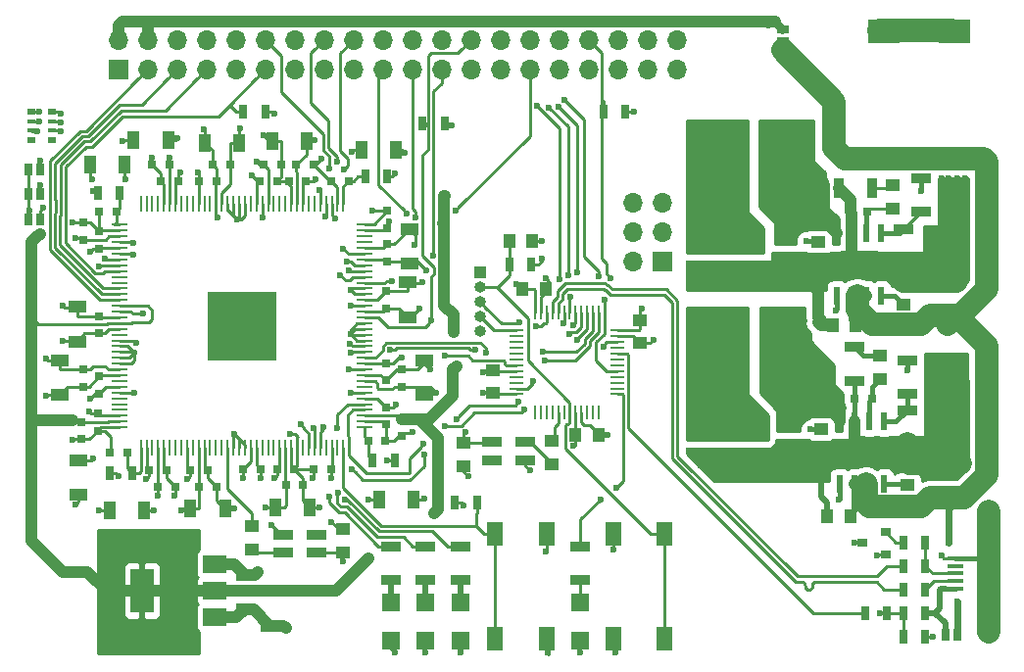
<source format=gtl>
G04 #@! TF.FileFunction,Copper,L1,Top,Signal*
%FSLAX46Y46*%
G04 Gerber Fmt 4.6, Leading zero omitted, Abs format (unit mm)*
G04 Created by KiCad (PCBNEW 4.0.7-e2-6376~58~ubuntu17.04.1) date Thu May 31 18:31:02 2018*
%MOMM*%
%LPD*%
G01*
G04 APERTURE LIST*
%ADD10C,0.100000*%
%ADD11C,0.600000*%
%ADD12R,2.700000X2.000000*%
%ADD13R,1.450000X0.250000*%
%ADD14R,0.250000X1.450000*%
%ADD15R,6.000000X6.000000*%
%ADD16R,1.800000X2.500000*%
%ADD17C,2.400000*%
%ADD18R,0.700000X1.300000*%
%ADD19R,1.700000X1.700000*%
%ADD20O,1.700000X1.700000*%
%ADD21R,1.600000X1.000000*%
%ADD22R,1.000000X1.250000*%
%ADD23R,1.250000X1.000000*%
%ADD24R,0.800000X0.750000*%
%ADD25R,2.500000X1.000000*%
%ADD26R,2.413000X5.334000*%
%ADD27R,1.700000X0.900000*%
%ADD28R,0.600000X1.550000*%
%ADD29R,3.200000X2.400000*%
%ADD30R,0.900000X1.700000*%
%ADD31R,2.000000X3.800000*%
%ADD32R,2.000000X1.500000*%
%ADD33R,0.750000X0.800000*%
%ADD34R,1.000000X0.700000*%
%ADD35R,1.000000X1.600000*%
%ADD36R,0.700000X1.000000*%
%ADD37R,1.000000X1.000000*%
%ADD38O,1.000000X1.000000*%
%ADD39R,0.900000X0.800000*%
%ADD40R,1.400000X2.100000*%
%ADD41R,0.250000X1.300000*%
%ADD42R,1.300000X0.250000*%
%ADD43R,1.900000X2.300000*%
%ADD44R,1.900000X1.800000*%
%ADD45R,1.400000X0.400000*%
%ADD46R,1.500000X1.500000*%
%ADD47R,1.750000X0.900000*%
%ADD48R,1.000000X2.500000*%
%ADD49R,0.800000X0.500000*%
%ADD50R,0.800000X0.400000*%
%ADD51C,0.250000*%
%ADD52C,0.400000*%
%ADD53C,2.000000*%
%ADD54C,1.000000*%
%ADD55C,0.500000*%
%ADD56C,0.800000*%
%ADD57C,0.600000*%
%ADD58C,0.254000*%
G04 APERTURE END LIST*
D10*
D11*
X182904000Y-82166000D03*
X182142000Y-82166000D03*
D12*
X182650000Y-80515000D03*
X182650000Y-69515000D03*
X176550000Y-69515000D03*
X176550000Y-80515000D03*
D13*
X110543100Y-86217600D03*
X110543100Y-86717600D03*
X110543100Y-87217600D03*
X110543100Y-87717600D03*
X110543100Y-88217600D03*
X110543100Y-88717600D03*
X110543100Y-89217600D03*
X110543100Y-89717600D03*
X110543100Y-90217600D03*
X110543100Y-90717600D03*
X110543100Y-91217600D03*
X110543100Y-91717600D03*
X110543100Y-92217600D03*
X110543100Y-92717600D03*
X110543100Y-93217600D03*
X110543100Y-93717600D03*
X110543100Y-94217600D03*
X110543100Y-94717600D03*
X110543100Y-95217600D03*
X110543100Y-95717600D03*
X110543100Y-96217600D03*
X110543100Y-96717600D03*
X110543100Y-97217600D03*
X110543100Y-97717600D03*
X110543100Y-98217600D03*
X110543100Y-98717600D03*
X110543100Y-99217600D03*
X110543100Y-99717600D03*
X110543100Y-100217600D03*
X110543100Y-100717600D03*
X110543100Y-101217600D03*
X110543100Y-101717600D03*
X110543100Y-102217600D03*
X110543100Y-102717600D03*
X110543100Y-103217600D03*
X110543100Y-103717600D03*
D14*
X112343100Y-105517600D03*
X112843100Y-105517600D03*
X113343100Y-105517600D03*
X113843100Y-105517600D03*
X114343100Y-105517600D03*
X114843100Y-105517600D03*
X115343100Y-105517600D03*
X115843100Y-105517600D03*
X116343100Y-105517600D03*
X116843100Y-105517600D03*
X117343100Y-105517600D03*
X117843100Y-105517600D03*
X118343100Y-105517600D03*
X118843100Y-105517600D03*
X119343100Y-105517600D03*
X119843100Y-105517600D03*
X120343100Y-105517600D03*
X120843100Y-105517600D03*
X121343100Y-105517600D03*
X121843100Y-105517600D03*
X122343100Y-105517600D03*
X122843100Y-105517600D03*
X123343100Y-105517600D03*
X123843100Y-105517600D03*
X124343100Y-105517600D03*
X124843100Y-105517600D03*
X125343100Y-105517600D03*
X125843100Y-105517600D03*
X126343100Y-105517600D03*
X126843100Y-105517600D03*
X127343100Y-105517600D03*
X127843100Y-105517600D03*
X128343100Y-105517600D03*
X128843100Y-105517600D03*
X129343100Y-105517600D03*
X129843100Y-105517600D03*
D13*
X131643100Y-103717600D03*
X131643100Y-103217600D03*
X131643100Y-102717600D03*
X131643100Y-102217600D03*
X131643100Y-101717600D03*
X131643100Y-101217600D03*
X131643100Y-100717600D03*
X131643100Y-100217600D03*
X131643100Y-99717600D03*
X131643100Y-99217600D03*
X131643100Y-98717600D03*
X131643100Y-98217600D03*
X131643100Y-97717600D03*
X131643100Y-97217600D03*
X131643100Y-96717600D03*
X131643100Y-96217600D03*
X131643100Y-95717600D03*
X131643100Y-95217600D03*
X131643100Y-94717600D03*
X131643100Y-94217600D03*
X131643100Y-93717600D03*
X131643100Y-93217600D03*
X131643100Y-92717600D03*
X131643100Y-92217600D03*
X131643100Y-91717600D03*
X131643100Y-91217600D03*
X131643100Y-90717600D03*
X131643100Y-90217600D03*
X131643100Y-89717600D03*
X131643100Y-89217600D03*
X131643100Y-88717600D03*
X131643100Y-88217600D03*
X131643100Y-87717600D03*
X131643100Y-87217600D03*
X131643100Y-86717600D03*
X131643100Y-86217600D03*
D14*
X129843100Y-84417600D03*
X129343100Y-84417600D03*
X128843100Y-84417600D03*
X128343100Y-84417600D03*
X127843100Y-84417600D03*
X127343100Y-84417600D03*
X126843100Y-84417600D03*
X126343100Y-84417600D03*
X125843100Y-84417600D03*
X125343100Y-84417600D03*
X124843100Y-84417600D03*
X124343100Y-84417600D03*
X123843100Y-84417600D03*
X123343100Y-84417600D03*
X122843100Y-84417600D03*
X122343100Y-84417600D03*
X121843100Y-84417600D03*
X121343100Y-84417600D03*
X120843100Y-84417600D03*
X120343100Y-84417600D03*
X119843100Y-84417600D03*
X119343100Y-84417600D03*
X118843100Y-84417600D03*
X118343100Y-84417600D03*
X117843100Y-84417600D03*
X117343100Y-84417600D03*
X116843100Y-84417600D03*
X116343100Y-84417600D03*
X115843100Y-84417600D03*
X115343100Y-84417600D03*
X114843100Y-84417600D03*
X114343100Y-84417600D03*
X113843100Y-84417600D03*
X113343100Y-84417600D03*
X112843100Y-84417600D03*
X112343100Y-84417600D03*
D15*
X121093100Y-94967600D03*
D11*
X177062000Y-90929000D03*
X172363000Y-90802000D03*
X177379500Y-107185000D03*
X177951000Y-107439000D03*
X178586000Y-107439000D03*
X179221000Y-107439000D03*
X177189000Y-104772000D03*
X177824000Y-104772000D03*
X178459000Y-104772000D03*
X179094000Y-104772000D03*
X179729000Y-104772000D03*
X180364000Y-104581500D03*
X183539000Y-107121500D03*
X183539000Y-106486500D03*
X183539000Y-105216500D03*
X183539000Y-104581500D03*
X183539000Y-105851500D03*
X172236000Y-105216500D03*
X171601000Y-105216500D03*
X171601000Y-107693000D03*
X169696000Y-108201000D03*
X160171000Y-106359500D03*
X160615500Y-106804000D03*
X161060000Y-107248500D03*
X161568000Y-107756500D03*
X168362500Y-104962500D03*
X166711500Y-105724500D03*
X167283000Y-105407000D03*
X166076500Y-105724500D03*
X182904000Y-97596500D03*
X182269000Y-97596500D03*
X181634000Y-97596500D03*
X180999000Y-97596500D03*
X177506500Y-91373500D03*
X183158000Y-91564000D03*
X183539000Y-82166000D03*
X183539000Y-82801000D03*
X181507000Y-82166000D03*
X159726500Y-90230500D03*
X159726500Y-90865500D03*
X159726500Y-91564000D03*
X171728000Y-90802000D03*
X182523000Y-91691000D03*
X160361500Y-91564000D03*
X160996500Y-91564000D03*
X161631500Y-91564000D03*
X162266500Y-91564000D03*
X162901500Y-91564000D03*
X168997500Y-88833500D03*
X168362500Y-88833500D03*
X167727500Y-88833500D03*
X160298000Y-87119000D03*
X162203000Y-87119000D03*
X162838000Y-87119000D03*
X163473000Y-87119000D03*
X164108000Y-87119000D03*
X164743000Y-87119000D03*
X165378000Y-87119000D03*
X166013000Y-87119000D03*
X160552000Y-103375000D03*
X162457000Y-103375000D03*
X163092000Y-103375000D03*
X163727000Y-103375000D03*
X164362000Y-103375000D03*
X164997000Y-103375000D03*
X165632000Y-103375000D03*
X166267000Y-103375000D03*
X166267000Y-104264000D03*
X165441500Y-89595500D03*
X166076500Y-89595500D03*
X166711500Y-89595500D03*
X167092500Y-88960500D03*
X163536500Y-91564000D03*
X164171500Y-91564000D03*
D16*
X168172000Y-86484000D03*
X168172000Y-90484000D03*
D11*
X160298000Y-88008000D03*
X111500000Y-114000000D03*
X112500000Y-114000000D03*
X113500000Y-114000000D03*
X114500000Y-114000000D03*
X115500000Y-114000000D03*
X116500000Y-114000000D03*
X110500000Y-113000000D03*
X109500000Y-113000000D03*
X109500000Y-114000000D03*
X109500000Y-115000000D03*
X109500000Y-116000000D03*
X109500000Y-117000000D03*
X109500000Y-118000000D03*
X109500000Y-119000000D03*
X109500000Y-120000000D03*
X109500000Y-121000000D03*
X109500000Y-122000000D03*
X109500000Y-123000000D03*
X110500000Y-123000000D03*
X111500000Y-123000000D03*
X112500000Y-123000000D03*
X113500000Y-123000000D03*
X114500000Y-123000000D03*
X115500000Y-123000000D03*
X116500000Y-123000000D03*
X116500000Y-122000000D03*
X115500000Y-122000000D03*
X114500000Y-122000000D03*
X113500000Y-122000000D03*
X112500000Y-122000000D03*
X111500000Y-122000000D03*
X116500000Y-113000000D03*
X115500000Y-113000000D03*
X114500000Y-113000000D03*
X113500000Y-113000000D03*
X112500000Y-113000000D03*
X111500000Y-113000000D03*
X110500000Y-114000000D03*
X110500000Y-115000000D03*
X110500000Y-116000000D03*
X110500000Y-117000000D03*
X110500000Y-118000000D03*
X110500000Y-119000000D03*
X110500000Y-120000000D03*
X110500000Y-121000000D03*
X110500000Y-122000000D03*
X165632000Y-104264000D03*
X161822000Y-103375000D03*
X161187000Y-103375000D03*
X160552000Y-104264000D03*
X164997000Y-104264000D03*
X164362000Y-104264000D03*
X163727000Y-104264000D03*
X163092000Y-104264000D03*
X162457000Y-104264000D03*
X161822000Y-104264000D03*
X161187000Y-104264000D03*
X183745000Y-68807000D03*
X176760000Y-68807000D03*
X176125000Y-68807000D03*
X175490000Y-68807000D03*
X180570000Y-68807000D03*
X182475000Y-68807000D03*
X183110000Y-68807000D03*
X181840000Y-68807000D03*
X181205000Y-68807000D03*
X179935000Y-68807000D03*
X179300000Y-68807000D03*
X178665000Y-68807000D03*
X178030000Y-68807000D03*
X177395000Y-68807000D03*
X183745000Y-70204000D03*
X176760000Y-70204000D03*
X176125000Y-70204000D03*
X175490000Y-70204000D03*
X180570000Y-70204000D03*
X182475000Y-70204000D03*
X183110000Y-70204000D03*
X181840000Y-70204000D03*
X181205000Y-70204000D03*
X179935000Y-70204000D03*
X179300000Y-70204000D03*
X178665000Y-70204000D03*
X178030000Y-70204000D03*
X177395000Y-70204000D03*
X166013000Y-88008000D03*
X161568000Y-87119000D03*
X160933000Y-87119000D03*
X165378000Y-88008000D03*
X164743000Y-88008000D03*
X164108000Y-88008000D03*
X163473000Y-88008000D03*
X162838000Y-88008000D03*
X162203000Y-88008000D03*
X161568000Y-88008000D03*
X160933000Y-88008000D03*
X178713000Y-91691000D03*
X177760500Y-88833500D03*
X178395500Y-88833500D03*
X181507000Y-83436000D03*
X181507000Y-84071000D03*
X181507000Y-84706000D03*
X181507000Y-85341000D03*
X183539000Y-83436000D03*
X183539000Y-84071000D03*
X183539000Y-84706000D03*
X183539000Y-85341000D03*
X179348000Y-91691000D03*
X179983000Y-91691000D03*
X180618000Y-91691000D03*
X181253000Y-91691000D03*
X181888000Y-91691000D03*
X183539000Y-91056000D03*
X183539000Y-90421000D03*
X183539000Y-89786000D03*
X183539000Y-89151000D03*
X183539000Y-88516000D03*
X183539000Y-87881000D03*
X183539000Y-87246000D03*
X183539000Y-86611000D03*
X183539000Y-85976000D03*
X181507000Y-85976000D03*
X180872000Y-86611000D03*
X179030500Y-88833500D03*
X177125500Y-88833500D03*
X171537500Y-88960500D03*
X170902500Y-89024000D03*
X172172500Y-88960500D03*
X164806500Y-89595500D03*
X164171500Y-89595500D03*
X163536500Y-89595500D03*
X162901500Y-89595500D03*
X162266500Y-89595500D03*
X161631500Y-89595500D03*
X160996500Y-89595500D03*
X160361500Y-89595500D03*
X159726500Y-89595500D03*
X164806500Y-91564000D03*
X165441500Y-91564000D03*
X166076500Y-91564000D03*
X166711500Y-91564000D03*
X167346500Y-91564000D03*
X167981500Y-91564000D03*
X168616500Y-91564000D03*
X169251500Y-91564000D03*
X171156500Y-91183000D03*
X183539000Y-97596500D03*
X183539000Y-98231500D03*
X183539000Y-98866500D03*
X183539000Y-99501500D03*
X183539000Y-100136500D03*
X183539000Y-100771500D03*
X183539000Y-101406500D03*
X183539000Y-102041500D03*
X183539000Y-102676500D03*
X183539000Y-103311500D03*
X183539000Y-103946500D03*
X182396000Y-107439000D03*
X181761000Y-107439000D03*
X181126000Y-107439000D03*
X180491000Y-107439000D03*
X179856000Y-107439000D03*
X159726500Y-105724500D03*
X160361500Y-105724500D03*
X160996500Y-105724500D03*
X161631500Y-105724500D03*
X162266500Y-105724500D03*
X162901500Y-105724500D03*
X163536500Y-105724500D03*
X164171500Y-105724500D03*
X164806500Y-105724500D03*
X165441500Y-105724500D03*
X170966000Y-105216500D03*
X168997500Y-104962500D03*
X167727500Y-104962500D03*
X172617000Y-107058000D03*
X171982000Y-107058000D03*
X169061000Y-108201000D03*
X168426000Y-108201000D03*
X167791000Y-108201000D03*
X167156000Y-108201000D03*
X166521000Y-108201000D03*
X165886000Y-108201000D03*
X165251000Y-108201000D03*
X164616000Y-108201000D03*
X163981000Y-108201000D03*
X163346000Y-108201000D03*
X162711000Y-108201000D03*
X162076000Y-108201000D03*
X180364000Y-97596500D03*
X180364000Y-98231500D03*
X180364000Y-98866500D03*
X180364000Y-99501500D03*
X180364000Y-100136500D03*
X180364000Y-100771500D03*
X180364000Y-101406500D03*
X180364000Y-102041500D03*
X180364000Y-102676500D03*
X180364000Y-103311500D03*
X180364000Y-103946500D03*
X170839000Y-94231000D03*
X178078000Y-91691000D03*
X181507000Y-82801000D03*
X179665500Y-88833500D03*
X180237000Y-88516000D03*
X180237000Y-87881000D03*
X180237000Y-87246000D03*
X180237000Y-86611000D03*
X181507000Y-86611000D03*
D17*
X173887000Y-105915000D03*
X175411000Y-105915000D03*
X175157000Y-89659000D03*
X173633000Y-89659000D03*
X122833000Y-96771000D03*
X121055000Y-96771000D03*
X119277000Y-96771000D03*
X119277000Y-94993000D03*
X119277000Y-93215000D03*
X121055000Y-93215000D03*
X122833000Y-93215000D03*
X122833000Y-94993000D03*
D18*
X121187000Y-76451000D03*
X123087000Y-76451000D03*
X136681000Y-77467000D03*
X138581000Y-77467000D03*
D19*
X110387000Y-72768000D03*
D20*
X110387000Y-70228000D03*
X112927000Y-72768000D03*
X112927000Y-70228000D03*
X115467000Y-72768000D03*
X115467000Y-70228000D03*
X118007000Y-72768000D03*
X118007000Y-70228000D03*
X120547000Y-72768000D03*
X120547000Y-70228000D03*
X123087000Y-72768000D03*
X123087000Y-70228000D03*
X125627000Y-72768000D03*
X125627000Y-70228000D03*
X128167000Y-72768000D03*
X128167000Y-70228000D03*
X130707000Y-72768000D03*
X130707000Y-70228000D03*
X133247000Y-72768000D03*
X133247000Y-70228000D03*
X135787000Y-72768000D03*
X135787000Y-70228000D03*
X138327000Y-72768000D03*
X138327000Y-70228000D03*
X140867000Y-72768000D03*
X140867000Y-70228000D03*
X143407000Y-72768000D03*
X143407000Y-70228000D03*
X145947000Y-72768000D03*
X145947000Y-70228000D03*
X148487000Y-72768000D03*
X148487000Y-70228000D03*
X151027000Y-72768000D03*
X151027000Y-70228000D03*
X153567000Y-72768000D03*
X153567000Y-70228000D03*
X156107000Y-72768000D03*
X156107000Y-70228000D03*
X158647000Y-72768000D03*
X158647000Y-70228000D03*
D21*
X183158000Y-109804000D03*
X183158000Y-106804000D03*
X180872000Y-109804000D03*
X180872000Y-106804000D03*
D22*
X173633000Y-111376000D03*
X171633000Y-111376000D03*
D23*
X178586000Y-108677000D03*
X178586000Y-106677000D03*
X171093000Y-101883000D03*
X171093000Y-103883000D03*
X176173000Y-99565000D03*
X176173000Y-97565000D03*
D24*
X174038000Y-101216000D03*
X175538000Y-101216000D03*
D25*
X161695000Y-103780000D03*
X161695000Y-106780000D03*
X165124000Y-103804000D03*
X165124000Y-106804000D03*
D16*
X168426000Y-102359000D03*
X168426000Y-106359000D03*
D26*
X168680000Y-96517000D03*
X161454000Y-96517000D03*
D27*
X174014000Y-96792000D03*
X174014000Y-99692000D03*
X178586000Y-97935000D03*
X178586000Y-100835000D03*
X178586000Y-102232000D03*
X178586000Y-105132000D03*
D28*
X172744000Y-108615000D03*
X174014000Y-108615000D03*
X175284000Y-108615000D03*
X176554000Y-108615000D03*
X176554000Y-103215000D03*
X175284000Y-103215000D03*
X174014000Y-103215000D03*
X172744000Y-103215000D03*
D29*
X174649000Y-105915000D03*
D21*
X182777000Y-94056000D03*
X182777000Y-91056000D03*
X180491000Y-94056000D03*
X180491000Y-91056000D03*
D22*
X174109000Y-94866000D03*
X172109000Y-94866000D03*
D23*
X178205000Y-93088000D03*
X178205000Y-91088000D03*
X170839000Y-85722000D03*
X170839000Y-87722000D03*
X177316000Y-84833000D03*
X177316000Y-82833000D03*
D24*
X173633000Y-85087000D03*
X175133000Y-85087000D03*
D25*
X161441000Y-87548000D03*
X161441000Y-90548000D03*
X164743000Y-87548000D03*
X164743000Y-90548000D03*
D26*
X168680000Y-80642000D03*
X161454000Y-80642000D03*
D30*
X175517000Y-83055000D03*
X172617000Y-83055000D03*
D27*
X179729000Y-82187000D03*
X179729000Y-85087000D03*
X178205000Y-86632000D03*
X178205000Y-89532000D03*
D28*
X172490000Y-92359000D03*
X173760000Y-92359000D03*
X175030000Y-92359000D03*
X176300000Y-92359000D03*
X176300000Y-86959000D03*
X175030000Y-86959000D03*
X173760000Y-86959000D03*
X172490000Y-86959000D03*
D29*
X174395000Y-89659000D03*
D21*
X123468000Y-117853000D03*
X123468000Y-120853000D03*
D31*
X112444000Y-117853000D03*
D32*
X118744000Y-117853000D03*
X118744000Y-115553000D03*
X118744000Y-120153000D03*
D24*
X113332000Y-81023000D03*
X114832000Y-81023000D03*
X126365000Y-108709000D03*
X124865000Y-108709000D03*
D33*
X133628000Y-87905000D03*
X133628000Y-89405000D03*
X108736000Y-86762000D03*
X108736000Y-88262000D03*
D24*
X118537952Y-81023000D03*
X120037952Y-81023000D03*
X122706000Y-107312000D03*
X121206000Y-107312000D03*
D33*
X133501000Y-99668000D03*
X133501000Y-98168000D03*
D24*
X114070000Y-82420000D03*
X115570000Y-82420000D03*
X124460000Y-81023000D03*
X122960000Y-81023000D03*
X118896000Y-108836000D03*
X117396000Y-108836000D03*
D33*
X133501000Y-103478000D03*
X133501000Y-101978000D03*
D24*
X118872000Y-82420000D03*
X117372000Y-82420000D03*
X127278000Y-81023000D03*
X125778000Y-81023000D03*
X115316000Y-108836000D03*
X113816000Y-108836000D03*
X125603000Y-107312000D03*
X124103000Y-107312000D03*
X124103000Y-82420000D03*
X122603000Y-82420000D03*
D33*
X133501000Y-91969000D03*
X133501000Y-93469000D03*
X107339000Y-100200000D03*
X107339000Y-98700000D03*
D24*
X118134000Y-107439000D03*
X116634000Y-107439000D03*
X125119000Y-82420000D03*
X126619000Y-82420000D03*
D33*
X134898000Y-98700000D03*
X134898000Y-100200000D03*
X108736000Y-95604000D03*
X108736000Y-94104000D03*
D24*
X114578000Y-107439000D03*
X113078000Y-107439000D03*
X128814000Y-82420000D03*
X130314000Y-82420000D03*
D33*
X108609000Y-104010000D03*
X108609000Y-102510000D03*
D24*
X109649000Y-105915000D03*
X111149000Y-105915000D03*
D34*
X167791000Y-69339000D03*
X167791000Y-70355000D03*
D33*
X108736000Y-99335000D03*
X108736000Y-100835000D03*
X107339000Y-86000000D03*
X107339000Y-87500000D03*
D24*
X127302000Y-107312000D03*
X128802000Y-107312000D03*
D33*
X133628000Y-84984000D03*
X133628000Y-86484000D03*
D24*
X133477000Y-104899000D03*
X131977000Y-104899000D03*
D33*
X134898000Y-104494000D03*
X134898000Y-102994000D03*
D24*
X108736000Y-85087000D03*
X110236000Y-85087000D03*
D33*
X107212000Y-104748000D03*
X107212000Y-103248000D03*
D17*
X121093100Y-94967600D03*
D21*
X136803000Y-100938000D03*
X136803000Y-97938000D03*
X105307000Y-97938000D03*
X105307000Y-100938000D03*
D35*
X116634000Y-110741000D03*
X119634000Y-110741000D03*
D21*
X135406000Y-94207000D03*
X135406000Y-91207000D03*
D35*
X126693000Y-78991000D03*
X123693000Y-78991000D03*
X123947000Y-110614000D03*
X126947000Y-110614000D03*
D21*
X106831000Y-93313000D03*
X106831000Y-96313000D03*
D35*
X120851000Y-79118000D03*
X117851000Y-79118000D03*
D21*
X106958000Y-106574000D03*
X106958000Y-109574000D03*
X135533000Y-89582000D03*
X135533000Y-86582000D03*
D35*
X107945000Y-81023000D03*
X110945000Y-81023000D03*
X131390000Y-79753000D03*
X134390000Y-79753000D03*
X114705000Y-78864000D03*
X111705000Y-78864000D03*
X132914000Y-109979000D03*
X135914000Y-109979000D03*
X112625000Y-110868000D03*
X109625000Y-110868000D03*
D22*
X144169000Y-87627000D03*
X146169000Y-87627000D03*
X151884000Y-104391000D03*
X149884000Y-104391000D03*
D23*
X142810858Y-100777660D03*
X142810858Y-98777660D03*
D22*
X145344000Y-91760660D03*
X147344000Y-91760660D03*
D23*
X155510858Y-94459660D03*
X155510858Y-96459660D03*
D36*
X182904000Y-121663000D03*
X181888000Y-121663000D03*
D37*
X141629000Y-90294000D03*
D38*
X141629000Y-91564000D03*
X141629000Y-92834000D03*
X141629000Y-94104000D03*
X141629000Y-95374000D03*
D39*
X176681000Y-114678000D03*
X176681000Y-112778000D03*
X174681000Y-113728000D03*
D18*
X180105000Y-113662000D03*
X178205000Y-113662000D03*
X178210000Y-117726000D03*
X180110000Y-117726000D03*
X178210000Y-115694000D03*
X180110000Y-115694000D03*
X180105000Y-119758000D03*
X178205000Y-119758000D03*
X178210000Y-121790000D03*
X180110000Y-121790000D03*
X174908000Y-119758000D03*
X176808000Y-119758000D03*
X146069000Y-89659000D03*
X144169000Y-89659000D03*
D40*
X153145000Y-112922000D03*
X157595000Y-112922000D03*
X157595000Y-122022000D03*
X153145000Y-122022000D03*
D41*
X146410858Y-102460660D03*
X146910858Y-102460660D03*
X147410858Y-102460660D03*
X147910858Y-102460660D03*
X148410858Y-102460660D03*
X148910858Y-102460660D03*
X149410858Y-102460660D03*
X149910858Y-102460660D03*
X150410858Y-102460660D03*
X150910858Y-102460660D03*
X151410858Y-102460660D03*
X151910858Y-102460660D03*
D42*
X153510858Y-100860660D03*
X153510858Y-100360660D03*
X153510858Y-99860660D03*
X153510858Y-99360660D03*
X153510858Y-98860660D03*
X153510858Y-98360660D03*
X153510858Y-97860660D03*
X153510858Y-97360660D03*
X153510858Y-96860660D03*
X153510858Y-96360660D03*
X153510858Y-95860660D03*
X153510858Y-95360660D03*
D41*
X151910858Y-93760660D03*
X151410858Y-93760660D03*
X150910858Y-93760660D03*
X150410858Y-93760660D03*
X149910858Y-93760660D03*
X149410858Y-93760660D03*
X148910858Y-93760660D03*
X148410858Y-93760660D03*
X147910858Y-93760660D03*
X147410858Y-93760660D03*
X146910858Y-93760660D03*
X146410858Y-93760660D03*
D42*
X144810858Y-95360660D03*
X144810858Y-95860660D03*
X144810858Y-96360660D03*
X144810858Y-96860660D03*
X144810858Y-97360660D03*
X144810858Y-97860660D03*
X144810858Y-98360660D03*
X144810858Y-98860660D03*
X144810858Y-99360660D03*
X144810858Y-99860660D03*
X144810858Y-100360660D03*
X144810858Y-100860660D03*
D43*
X185571000Y-120086000D03*
X185571000Y-112586000D03*
D44*
X185571000Y-117486000D03*
X185571000Y-115186000D03*
D45*
X182721000Y-116336000D03*
X182721000Y-115686000D03*
X182721000Y-116986000D03*
X182721000Y-117636000D03*
X182721000Y-115036000D03*
D21*
X121309000Y-119464000D03*
X121309000Y-116464000D03*
D18*
X152302000Y-76451000D03*
X154202000Y-76451000D03*
D46*
X134000000Y-118850000D03*
X134000000Y-122150000D03*
X136952000Y-118850000D03*
X136952000Y-122150000D03*
X139952000Y-118850000D03*
X139952000Y-122150000D03*
X150335000Y-118850000D03*
X150335000Y-122150000D03*
D27*
X134000000Y-114000000D03*
X134000000Y-116900000D03*
X136952000Y-114050000D03*
X136952000Y-116950000D03*
X139952000Y-114050000D03*
X139952000Y-116950000D03*
X150335000Y-114050000D03*
X150335000Y-116950000D03*
D23*
X129818000Y-114551000D03*
X129818000Y-112551000D03*
X121944000Y-112281000D03*
X121944000Y-114281000D03*
X147852000Y-104931000D03*
X147852000Y-106931000D03*
D47*
X127511000Y-113027000D03*
X124611000Y-113027000D03*
X124611000Y-114577000D03*
X127511000Y-114577000D03*
X142666000Y-106550000D03*
X145566000Y-106550000D03*
X145566000Y-105000000D03*
X142666000Y-105000000D03*
D23*
X140232000Y-105058000D03*
X140232000Y-107058000D03*
D18*
X139475000Y-110233000D03*
X141375000Y-110233000D03*
D40*
X147385000Y-122022000D03*
X142935000Y-122022000D03*
X142935000Y-112922000D03*
X147385000Y-112922000D03*
D48*
X185444000Y-87754000D03*
X182444000Y-87754000D03*
X185444000Y-84198000D03*
X182444000Y-84198000D03*
X185420000Y-99565000D03*
X182420000Y-99565000D03*
X185444000Y-102994000D03*
X182444000Y-102994000D03*
D18*
X111591000Y-107693000D03*
X109691000Y-107693000D03*
X131723000Y-82039000D03*
X133623000Y-82039000D03*
X110514000Y-83436000D03*
X108614000Y-83436000D03*
X132363000Y-106550000D03*
X134263000Y-106550000D03*
D36*
X102640000Y-81404000D03*
X103656000Y-81404000D03*
X102640000Y-83563000D03*
X103656000Y-83563000D03*
X102640000Y-85722000D03*
X103656000Y-85722000D03*
D19*
X157377000Y-89405000D03*
D20*
X154837000Y-89405000D03*
X157377000Y-86865000D03*
X154837000Y-86865000D03*
X157377000Y-84325000D03*
X154837000Y-84325000D03*
D49*
X102872000Y-76464000D03*
D50*
X102872000Y-78064000D03*
X102872000Y-77264000D03*
D49*
X102872000Y-78864000D03*
D50*
X104672000Y-77264000D03*
D49*
X104672000Y-76464000D03*
D50*
X104672000Y-78064000D03*
D49*
X104672000Y-78864000D03*
D11*
X108225449Y-83311551D03*
X133628000Y-106550000D03*
X110387000Y-107947000D03*
X134263000Y-81785000D03*
X137038999Y-90179899D03*
X179729000Y-83309000D03*
X134898000Y-97660000D03*
X113435000Y-110868000D03*
X131977000Y-109979000D03*
X130580000Y-79880000D03*
X115467000Y-78737000D03*
X107974000Y-88516000D03*
X108101000Y-82293000D03*
X108228000Y-106423000D03*
X128802000Y-108074000D03*
X123849000Y-108074000D03*
X116356000Y-108201000D03*
X112800000Y-108201000D03*
X107847000Y-102359000D03*
X107974000Y-101216000D03*
X115721000Y-81658000D03*
X117245000Y-81658000D03*
X121944000Y-81912000D03*
X127405000Y-82293000D03*
X134390000Y-101724000D03*
X102729026Y-84952173D03*
X111656999Y-87753999D03*
X106450000Y-85976000D03*
X130453000Y-100708000D03*
X136818990Y-109852000D03*
X111784000Y-97279000D03*
X111911000Y-96390000D03*
X146201000Y-99692000D03*
X130453000Y-95628000D03*
X119020099Y-85601727D03*
X120674000Y-85722000D03*
X120420000Y-104264000D03*
X136015197Y-87961367D03*
X132358000Y-84960000D03*
X137311000Y-98676000D03*
X141883000Y-98930000D03*
X125246000Y-104264000D03*
X129818000Y-88262000D03*
X180745000Y-121790000D03*
X153313000Y-123187000D03*
X147471000Y-123187000D03*
X139978000Y-123187000D03*
X171109000Y-94866000D03*
X185571000Y-121409000D03*
X185571000Y-110995000D03*
X185571000Y-113916000D03*
X185571000Y-116329000D03*
X185571000Y-118615000D03*
X112546000Y-93850000D03*
X127913000Y-80515000D03*
X136930000Y-123187000D03*
X153186000Y-114297000D03*
X147344000Y-114424000D03*
X150265000Y-123187000D03*
X127160990Y-108074000D03*
X134263000Y-123187000D03*
X140613000Y-107947000D03*
X145947000Y-107439000D03*
X128802000Y-111884000D03*
X123595000Y-112138000D03*
X130453000Y-97279000D03*
X130449929Y-96518151D03*
X124865000Y-121028000D03*
X130453000Y-93215000D03*
X130453000Y-91818000D03*
X108736000Y-110868000D03*
X135152000Y-80007000D03*
X110768000Y-78991000D03*
X181507000Y-114805000D03*
X149684009Y-105280000D03*
X146963000Y-87627000D03*
X156615000Y-96136000D03*
X147344000Y-90802000D03*
X111022000Y-82293000D03*
X117753000Y-77975000D03*
X105561000Y-96263000D03*
X104164000Y-100962000D03*
X106704000Y-110360000D03*
X120420000Y-110741000D03*
X127786000Y-110614000D03*
X136676000Y-91183000D03*
X122960000Y-78483000D03*
X111784000Y-100708000D03*
X122833000Y-85595000D03*
X122706000Y-108074000D03*
X115213000Y-109598000D03*
X106450000Y-104772000D03*
X135787000Y-104137000D03*
X113308000Y-80388000D03*
X103656000Y-86992000D03*
X137691998Y-111122000D03*
X139597000Y-98422000D03*
X139343000Y-95501000D03*
X131977000Y-115079002D03*
X133755000Y-85884002D03*
X138581000Y-83690000D03*
X106715510Y-87344700D03*
X105434000Y-77340000D03*
X105434000Y-78102000D03*
X105434000Y-76578000D03*
X140363412Y-104143823D03*
X140232000Y-110487000D03*
X137873886Y-100762886D03*
X136422000Y-93469000D03*
X146963000Y-89151000D03*
X154964000Y-76451000D03*
X129818000Y-115313000D03*
X123849000Y-76578000D03*
X139216000Y-77594000D03*
X122452000Y-116202000D03*
X127377991Y-78864000D03*
X174014000Y-113662000D03*
X141883000Y-100708000D03*
X152678000Y-104391000D03*
X155599000Y-93469000D03*
X144804000Y-91310000D03*
X178586000Y-98803000D03*
X120928000Y-77848000D03*
X105561000Y-93215000D03*
X104164000Y-97787000D03*
X115848000Y-110868000D03*
X123087000Y-110614000D03*
X122325000Y-80769000D03*
X121182000Y-108074000D03*
X113816000Y-109598000D03*
X114832000Y-80388000D03*
X170204000Y-103883000D03*
X172617000Y-109979000D03*
X169823000Y-87627000D03*
X172363000Y-93596000D03*
X182904000Y-118742000D03*
X182142000Y-113662000D03*
X176173000Y-119758000D03*
X175919000Y-114805000D03*
X103596638Y-76451000D03*
X111657000Y-88770000D03*
X103656000Y-80642000D03*
X109244008Y-89151000D03*
X103533519Y-77312883D03*
X103656000Y-82801000D03*
X103910000Y-84705990D03*
X108736000Y-89786006D03*
X103402000Y-78102000D03*
X148486082Y-90928082D03*
X148891442Y-94762173D03*
X146582000Y-75943000D03*
X149431989Y-92427487D03*
X149249000Y-90548000D03*
X147598000Y-76070000D03*
X149692524Y-94885988D03*
X150011000Y-90294000D03*
X148439956Y-76028057D03*
X151916000Y-90675000D03*
X152424000Y-92707000D03*
X148983963Y-75441477D03*
X128651745Y-81330041D03*
X127786000Y-83182000D03*
X128295559Y-85538041D03*
X129310000Y-80769000D03*
X129901757Y-81404000D03*
X129179423Y-85641104D03*
X129564000Y-90547999D03*
X135327670Y-85215187D03*
X136060051Y-85581051D03*
X130329246Y-90176990D03*
X134008998Y-91056000D03*
X137565000Y-88897000D03*
X138581000Y-97533000D03*
X137465827Y-94485251D03*
X130186097Y-89389889D03*
X139541486Y-84960000D03*
X152932000Y-90802000D03*
X152297000Y-96771000D03*
X146455000Y-94993000D03*
X145058000Y-94612000D03*
X128651401Y-109735254D03*
X126165603Y-103450995D03*
X129382925Y-109411385D03*
X127271686Y-103754801D03*
X129948400Y-109977298D03*
X128114253Y-103713483D03*
X152043000Y-109935736D03*
X153440000Y-108963000D03*
X138581000Y-103629002D03*
X136796727Y-105155835D03*
X150062005Y-96166603D03*
X145487818Y-102167847D03*
X136803000Y-106042004D03*
X139597008Y-102994000D03*
X130582552Y-107309450D03*
X129310000Y-103756000D03*
X149376000Y-95628000D03*
X144997058Y-101536058D03*
X141248000Y-97025000D03*
X130326000Y-98676000D03*
X147277855Y-97931340D03*
X133882000Y-97025000D03*
X147128668Y-97145362D03*
X142175798Y-97288990D03*
D51*
X108614000Y-83402838D02*
X108522713Y-83311551D01*
X108614000Y-83436000D02*
X108614000Y-83402838D01*
X108522713Y-83311551D02*
X108225449Y-83311551D01*
X134263000Y-106550000D02*
X133628000Y-106550000D01*
X109691000Y-107693000D02*
X110133000Y-107693000D01*
X110133000Y-107693000D02*
X110387000Y-107947000D01*
X133623000Y-82039000D02*
X134009000Y-82039000D01*
X134009000Y-82039000D02*
X134263000Y-81785000D01*
X136739000Y-89879900D02*
X137038999Y-90179899D01*
X136264100Y-89405000D02*
X136739000Y-89879900D01*
X133628000Y-89405000D02*
X136264100Y-89405000D01*
D52*
X179729000Y-83309000D02*
X179729000Y-82187000D01*
D51*
X134634000Y-97660000D02*
X134898000Y-97660000D01*
X133501000Y-98168000D02*
X134126000Y-98168000D01*
X134126000Y-98168000D02*
X134634000Y-97660000D01*
X131643100Y-98217600D02*
X133451400Y-98217600D01*
X133451400Y-98217600D02*
X133501000Y-98168000D01*
X131643100Y-101217600D02*
X132740600Y-101217600D01*
X132740600Y-101217600D02*
X133501000Y-101978000D01*
X112625000Y-110868000D02*
X113435000Y-110868000D01*
X132914000Y-109979000D02*
X131977000Y-109979000D01*
X131390000Y-79753000D02*
X130707000Y-79753000D01*
X130707000Y-79753000D02*
X130580000Y-79880000D01*
X114705000Y-78864000D02*
X115340000Y-78864000D01*
X115340000Y-78864000D02*
X115467000Y-78737000D01*
X108736000Y-88262000D02*
X108228000Y-88262000D01*
X108228000Y-88262000D02*
X107974000Y-88516000D01*
X107995000Y-81023000D02*
X107995000Y-82187000D01*
X107995000Y-82187000D02*
X108101000Y-82293000D01*
X106958000Y-106624000D02*
X108027000Y-106624000D01*
X108027000Y-106624000D02*
X108228000Y-106423000D01*
X106778000Y-106804000D02*
X106958000Y-106624000D01*
X128802000Y-107312000D02*
X128802000Y-108074000D01*
X124103000Y-107312000D02*
X124103000Y-107820000D01*
X124103000Y-107820000D02*
X123849000Y-108074000D01*
X116634000Y-107439000D02*
X116634000Y-107923000D01*
X116634000Y-107923000D02*
X116356000Y-108201000D01*
X113078000Y-107439000D02*
X113078000Y-107923000D01*
X113078000Y-107923000D02*
X112800000Y-108201000D01*
X108609000Y-102510000D02*
X107998000Y-102510000D01*
X107998000Y-102510000D02*
X107847000Y-102359000D01*
X108736000Y-100835000D02*
X108355000Y-100835000D01*
X108355000Y-100835000D02*
X107974000Y-101216000D01*
X115570000Y-82420000D02*
X115570000Y-81809000D01*
X115570000Y-81809000D02*
X115721000Y-81658000D01*
X117372000Y-82420000D02*
X117372000Y-81785000D01*
X117372000Y-81785000D02*
X117245000Y-81658000D01*
X122603000Y-82420000D02*
X122452000Y-82420000D01*
X122452000Y-82420000D02*
X121944000Y-81912000D01*
X126619000Y-82420000D02*
X127278000Y-82420000D01*
X127278000Y-82420000D02*
X127405000Y-82293000D01*
X133501000Y-101978000D02*
X134136000Y-101978000D01*
X134136000Y-101978000D02*
X134390000Y-101724000D01*
X110543100Y-88217600D02*
X108780400Y-88217600D01*
X108780400Y-88217600D02*
X108736000Y-88262000D01*
X110543100Y-100217600D02*
X109353400Y-100217600D01*
X109353400Y-100217600D02*
X108736000Y-100835000D01*
X110543100Y-102717600D02*
X108816600Y-102717600D01*
X108816600Y-102717600D02*
X108609000Y-102510000D01*
X112843100Y-105517600D02*
X112843100Y-107204100D01*
X112843100Y-107204100D02*
X113078000Y-107439000D01*
X116343100Y-105517600D02*
X116343100Y-107148100D01*
X116343100Y-107148100D02*
X116634000Y-107439000D01*
X124343100Y-105517600D02*
X124343100Y-107071900D01*
X124343100Y-107071900D02*
X124103000Y-107312000D01*
X128843100Y-105517600D02*
X128843100Y-107270900D01*
X128843100Y-107270900D02*
X128802000Y-107312000D01*
X131643100Y-89217600D02*
X133440600Y-89217600D01*
X133440600Y-89217600D02*
X133628000Y-89405000D01*
X126343100Y-84417600D02*
X126343100Y-82695900D01*
X126343100Y-82695900D02*
X126619000Y-82420000D01*
X122343100Y-84417600D02*
X122343100Y-82679900D01*
X122343100Y-82679900D02*
X122603000Y-82420000D01*
X117343100Y-84417600D02*
X117343100Y-82448900D01*
X117343100Y-82448900D02*
X117372000Y-82420000D01*
X115343100Y-84417600D02*
X115343100Y-82646900D01*
X115343100Y-82646900D02*
X115570000Y-82420000D01*
D52*
X159663000Y-87500000D02*
X161393000Y-87500000D01*
X161393000Y-87500000D02*
X161441000Y-87548000D01*
D53*
X161441000Y-87548000D02*
X164743000Y-87548000D01*
X161454000Y-84259000D02*
X164743000Y-87548000D01*
X161454000Y-80642000D02*
X161454000Y-84259000D01*
X182475000Y-69442000D02*
X176125000Y-69442000D01*
D51*
X102659827Y-84952173D02*
X102729026Y-84952173D01*
X102640000Y-83563000D02*
X102640000Y-84863147D01*
X102640000Y-85722000D02*
X102640000Y-84972000D01*
X102640000Y-84972000D02*
X102659827Y-84952173D01*
X102640000Y-84863147D02*
X102729026Y-84952173D01*
X102640000Y-81404000D02*
X102640000Y-83563000D01*
X110543100Y-87717600D02*
X111620600Y-87717600D01*
X111620600Y-87717600D02*
X111656999Y-87753999D01*
X107339000Y-86000000D02*
X106474000Y-86000000D01*
X106474000Y-86000000D02*
X106450000Y-85976000D01*
X136691990Y-109979000D02*
X136818990Y-109852000D01*
X135914000Y-109979000D02*
X136691990Y-109979000D01*
X109232413Y-95604000D02*
X108736000Y-95604000D01*
X109618813Y-95217600D02*
X109232413Y-95604000D01*
X110543100Y-95217600D02*
X109618813Y-95217600D01*
X110543100Y-96717600D02*
X111222600Y-96717600D01*
X111222600Y-96717600D02*
X111784000Y-97279000D01*
X110543100Y-97217600D02*
X111722600Y-97217600D01*
X111722600Y-97217600D02*
X111784000Y-97279000D01*
X110543100Y-97717600D02*
X111345400Y-97717600D01*
X111345400Y-97717600D02*
X111784000Y-97279000D01*
X111784000Y-97951700D02*
X111784000Y-97279000D01*
X110543100Y-98217600D02*
X111518100Y-98217600D01*
X111518100Y-98217600D02*
X111784000Y-97951700D01*
X111738600Y-96217600D02*
X111911000Y-96390000D01*
X110543100Y-96217600D02*
X111738600Y-96217600D01*
X145710858Y-100360660D02*
X146201000Y-99870518D01*
X144810858Y-100360660D02*
X145710858Y-100360660D01*
X146201000Y-99870518D02*
X146201000Y-99692000D01*
X131643100Y-96217600D02*
X131042600Y-96217600D01*
X131042600Y-96217600D02*
X130453000Y-95628000D01*
X131643100Y-95717600D02*
X130542600Y-95717600D01*
X130542600Y-95717600D02*
X130453000Y-95628000D01*
X131643100Y-95217600D02*
X130863400Y-95217600D01*
X130863400Y-95217600D02*
X130453000Y-95628000D01*
X130453000Y-95307700D02*
X130453000Y-95628000D01*
X131643100Y-94717600D02*
X131043100Y-94717600D01*
X131043100Y-94717600D02*
X130453000Y-95307700D01*
X118843100Y-84417600D02*
X118843100Y-85424728D01*
X118843100Y-85424728D02*
X119020099Y-85601727D01*
X119843100Y-84417600D02*
X119843100Y-84891100D01*
X119843100Y-84891100D02*
X120674000Y-85722000D01*
X120343100Y-84417600D02*
X120343100Y-85391100D01*
X120343100Y-85391100D02*
X120674000Y-85722000D01*
X120843100Y-84417600D02*
X120843100Y-85552900D01*
X120843100Y-85552900D02*
X120674000Y-85722000D01*
X121013700Y-85722000D02*
X120674000Y-85722000D01*
X121343100Y-84417600D02*
X121343100Y-85392600D01*
X121343100Y-85392600D02*
X121013700Y-85722000D01*
X121343100Y-105517600D02*
X121343100Y-105187100D01*
X121343100Y-105187100D02*
X120420000Y-104264000D01*
X120843100Y-105517600D02*
X120843100Y-104687100D01*
X120843100Y-104687100D02*
X120420000Y-104264000D01*
X120420000Y-104465700D02*
X120420000Y-104264000D01*
X120343100Y-105517600D02*
X120343100Y-104542600D01*
X120343100Y-104542600D02*
X120420000Y-104465700D01*
X136108989Y-87186989D02*
X136108989Y-87867575D01*
X136108989Y-87867575D02*
X136015197Y-87961367D01*
X135533000Y-86582000D02*
X135533000Y-86611000D01*
X135533000Y-86611000D02*
X136108989Y-87186989D01*
X132382000Y-84984000D02*
X132358000Y-84960000D01*
X133628000Y-84984000D02*
X132382000Y-84984000D01*
X136930000Y-98295000D02*
X137011001Y-98376001D01*
X137011001Y-98376001D02*
X137311000Y-98676000D01*
X136930000Y-98041000D02*
X136930000Y-98295000D01*
X141883000Y-98830518D02*
X141883000Y-98930000D01*
X141935858Y-98777660D02*
X141883000Y-98830518D01*
X142810858Y-98777660D02*
X141935858Y-98777660D01*
D54*
X171633000Y-111376000D02*
X171601000Y-111344000D01*
X170839000Y-94231000D02*
X170839000Y-91881500D01*
X170839000Y-91881500D02*
X170521500Y-91564000D01*
X171109000Y-94866000D02*
X171109000Y-94501000D01*
X171109000Y-94501000D02*
X170839000Y-94231000D01*
X172109000Y-94866000D02*
X171109000Y-94866000D01*
X171109000Y-94866000D02*
X170863000Y-94620000D01*
D51*
X125943500Y-104518000D02*
X125689500Y-104264000D01*
X125843100Y-105517600D02*
X125843100Y-104542600D01*
X125843100Y-104542600D02*
X125867700Y-104518000D01*
X125670264Y-104264000D02*
X125246000Y-104264000D01*
X125689500Y-104264000D02*
X125670264Y-104264000D01*
X130273600Y-88717600D02*
X130117999Y-88561999D01*
X131643100Y-88717600D02*
X130273600Y-88717600D01*
X130117999Y-88561999D02*
X129818000Y-88262000D01*
X180110000Y-121790000D02*
X180745000Y-121790000D01*
X133628000Y-87905000D02*
X134210000Y-87905000D01*
X134210000Y-87905000D02*
X135533000Y-86582000D01*
X153313000Y-122762736D02*
X153313000Y-123187000D01*
X153313000Y-122190000D02*
X153313000Y-122762736D01*
X153145000Y-122022000D02*
X153313000Y-122190000D01*
X147471000Y-122762736D02*
X147471000Y-123187000D01*
X147471000Y-122108000D02*
X147471000Y-122762736D01*
X147385000Y-122022000D02*
X147471000Y-122108000D01*
X147598000Y-123314000D02*
X147471000Y-123187000D01*
X147385000Y-123101000D02*
X147598000Y-123314000D01*
D52*
X182721000Y-115036000D02*
X185421000Y-115036000D01*
X185421000Y-115036000D02*
X185571000Y-115186000D01*
D55*
X139952000Y-122150000D02*
X139952000Y-123161000D01*
X139952000Y-123161000D02*
X139978000Y-123187000D01*
D54*
X173633000Y-85087000D02*
X173633000Y-84071000D01*
X173633000Y-84071000D02*
X172617000Y-83055000D01*
D53*
X185571000Y-120086000D02*
X185571000Y-121409000D01*
X185571000Y-112586000D02*
X185571000Y-110995000D01*
X185571000Y-112586000D02*
X185571000Y-113916000D01*
X185571000Y-115186000D02*
X185571000Y-113916000D01*
X185571000Y-115186000D02*
X185571000Y-116329000D01*
X185571000Y-117486000D02*
X185571000Y-116329000D01*
X185571000Y-117486000D02*
X185571000Y-118615000D01*
X185571000Y-120086000D02*
X185571000Y-118615000D01*
D51*
X112121736Y-93850000D02*
X112546000Y-93850000D01*
X111650500Y-93850000D02*
X112121736Y-93850000D01*
X110543100Y-93717600D02*
X111518100Y-93717600D01*
X111518100Y-93717600D02*
X111650500Y-93850000D01*
X127613001Y-80814999D02*
X127913000Y-80515000D01*
X127405000Y-81023000D02*
X127613001Y-80814999D01*
X127278000Y-81023000D02*
X127405000Y-81023000D01*
D53*
X182444000Y-102994000D02*
X182444000Y-106090000D01*
X182444000Y-106090000D02*
X183158000Y-106804000D01*
X182444000Y-102994000D02*
X182444000Y-99589000D01*
X182444000Y-99589000D02*
X182420000Y-99565000D01*
X182444000Y-87754000D02*
X182444000Y-90723000D01*
X182444000Y-90723000D02*
X182777000Y-91056000D01*
X182444000Y-84198000D02*
X182444000Y-87754000D01*
D51*
X136952000Y-122150000D02*
X136952000Y-123165000D01*
X136952000Y-123165000D02*
X136930000Y-123187000D01*
X153145000Y-112922000D02*
X153145000Y-114256000D01*
X153145000Y-114256000D02*
X153186000Y-114297000D01*
X147385000Y-112922000D02*
X147385000Y-114383000D01*
X147385000Y-114383000D02*
X147344000Y-114424000D01*
X150335000Y-122150000D02*
X150335000Y-123117000D01*
X150335000Y-123117000D02*
X150265000Y-123187000D01*
X127165000Y-108074000D02*
X127160990Y-108074000D01*
X127302000Y-107937000D02*
X127165000Y-108074000D01*
X127302000Y-107312000D02*
X127302000Y-107937000D01*
X134000000Y-122150000D02*
X134000000Y-122924000D01*
X134000000Y-122924000D02*
X134263000Y-123187000D01*
X140232000Y-107058000D02*
X140232000Y-107566000D01*
X140232000Y-107566000D02*
X140613000Y-107947000D01*
X145566000Y-106550000D02*
X145566000Y-107058000D01*
X145566000Y-107058000D02*
X145947000Y-107439000D01*
X129818000Y-112551000D02*
X129469000Y-112551000D01*
X129469000Y-112551000D02*
X128802000Y-111884000D01*
X124611000Y-113027000D02*
X124484000Y-113027000D01*
X124484000Y-113027000D02*
X123595000Y-112138000D01*
X134898000Y-98700000D02*
X136271000Y-98700000D01*
X136271000Y-98700000D02*
X136930000Y-98041000D01*
X136803000Y-97938000D02*
X136827000Y-97938000D01*
X136827000Y-97938000D02*
X136930000Y-98041000D01*
X125119000Y-82420000D02*
X124103000Y-82420000D01*
X122960000Y-78483000D02*
X123185000Y-78483000D01*
X123185000Y-78483000D02*
X123693000Y-78991000D01*
X131643100Y-97217600D02*
X130514400Y-97217600D01*
X130514400Y-97217600D02*
X130453000Y-97279000D01*
X131643100Y-96717600D02*
X130649378Y-96717600D01*
X130649378Y-96717600D02*
X130449929Y-96518151D01*
D54*
X123468000Y-120853000D02*
X124690000Y-120853000D01*
X124690000Y-120853000D02*
X124865000Y-121028000D01*
X121309000Y-119464000D02*
X122079000Y-119464000D01*
X122079000Y-119464000D02*
X123468000Y-120853000D01*
X118744000Y-120153000D02*
X120620000Y-120153000D01*
X120620000Y-120153000D02*
X121309000Y-119464000D01*
D51*
X131643100Y-93217600D02*
X130455600Y-93217600D01*
X130455600Y-93217600D02*
X130453000Y-93215000D01*
X131643100Y-92217600D02*
X130852600Y-92217600D01*
X130852600Y-92217600D02*
X130453000Y-91818000D01*
X131643100Y-91717600D02*
X130553400Y-91717600D01*
X130553400Y-91717600D02*
X130453000Y-91818000D01*
X128700000Y-82420000D02*
X128814000Y-82420000D01*
X127303000Y-81023000D02*
X128700000Y-82420000D01*
X127278000Y-81023000D02*
X127303000Y-81023000D01*
X109625000Y-110868000D02*
X108736000Y-110868000D01*
X134390000Y-79753000D02*
X134898000Y-79753000D01*
X134898000Y-79753000D02*
X135152000Y-80007000D01*
X111705000Y-78864000D02*
X110895000Y-78864000D01*
X110895000Y-78864000D02*
X110768000Y-78991000D01*
X182721000Y-115036000D02*
X181738000Y-115036000D01*
X181738000Y-115036000D02*
X181507000Y-114805000D01*
X149870000Y-105280000D02*
X149684009Y-105280000D01*
X149884000Y-105266000D02*
X149870000Y-105280000D01*
X149884000Y-104391000D02*
X149884000Y-105266000D01*
X146169000Y-87627000D02*
X146963000Y-87627000D01*
X144810858Y-98860660D02*
X142893858Y-98860660D01*
X142893858Y-98860660D02*
X142810858Y-98777660D01*
X149910858Y-102460660D02*
X149910858Y-104364142D01*
X149910858Y-104364142D02*
X149884000Y-104391000D01*
X155510858Y-96459660D02*
X156291340Y-96459660D01*
X156291340Y-96459660D02*
X156615000Y-96136000D01*
X153510858Y-95860660D02*
X154911858Y-95860660D01*
X154911858Y-95860660D02*
X155510858Y-96459660D01*
X147604858Y-91760660D02*
X147604858Y-91062858D01*
X147604858Y-91062858D02*
X147344000Y-90802000D01*
X146910858Y-93760660D02*
X146910858Y-92454660D01*
X146910858Y-92454660D02*
X147604858Y-91760660D01*
X110895000Y-81023000D02*
X110895000Y-82166000D01*
X110895000Y-82166000D02*
X111022000Y-82293000D01*
X117901000Y-79118000D02*
X117901000Y-78123000D01*
X117901000Y-78123000D02*
X117753000Y-77975000D01*
X118537952Y-81023000D02*
X118537952Y-79754952D01*
X118537952Y-79754952D02*
X117901000Y-79118000D01*
X106831000Y-96263000D02*
X105561000Y-96263000D01*
X108736000Y-95604000D02*
X107490000Y-95604000D01*
X107490000Y-95604000D02*
X106831000Y-96263000D01*
X105307000Y-100888000D02*
X104238000Y-100888000D01*
X104238000Y-100888000D02*
X104164000Y-100962000D01*
X107339000Y-100200000D02*
X105995000Y-100200000D01*
X105995000Y-100200000D02*
X105307000Y-100888000D01*
X106958000Y-109524000D02*
X106958000Y-110106000D01*
X106958000Y-110106000D02*
X106704000Y-110360000D01*
X119584000Y-110741000D02*
X120420000Y-110741000D01*
X118896000Y-108836000D02*
X118896000Y-110053000D01*
X118896000Y-110053000D02*
X119584000Y-110741000D01*
X126897000Y-110614000D02*
X127786000Y-110614000D01*
X126365000Y-108709000D02*
X126365000Y-110082000D01*
X126365000Y-110082000D02*
X126897000Y-110614000D01*
X135406000Y-91257000D02*
X136602000Y-91257000D01*
X136602000Y-91257000D02*
X136676000Y-91183000D01*
X133501000Y-91969000D02*
X135394000Y-91969000D01*
X135394000Y-91969000D02*
X135406000Y-91957000D01*
X135406000Y-91957000D02*
X135406000Y-91257000D01*
X123743000Y-78991000D02*
X123468000Y-78991000D01*
X123468000Y-78991000D02*
X122960000Y-78483000D01*
X124460000Y-81023000D02*
X124460000Y-79008000D01*
X124460000Y-79008000D02*
X124443000Y-78991000D01*
X124443000Y-78991000D02*
X123743000Y-78991000D01*
X110543100Y-100717600D02*
X111774400Y-100717600D01*
X111774400Y-100717600D02*
X111784000Y-100708000D01*
X122843100Y-84417600D02*
X122843100Y-85584900D01*
X122843100Y-85584900D02*
X122833000Y-85595000D01*
X122706000Y-107312000D02*
X122706000Y-108074000D01*
X114578000Y-107439000D02*
X114578000Y-108098000D01*
X114578000Y-108098000D02*
X115316000Y-108836000D01*
X118134000Y-107439000D02*
X118134000Y-108074000D01*
X118134000Y-108074000D02*
X118896000Y-108836000D01*
X107871000Y-104748000D02*
X108609000Y-104010000D01*
X107212000Y-104748000D02*
X107871000Y-104748000D01*
X115316000Y-108836000D02*
X115316000Y-109495000D01*
X115316000Y-109495000D02*
X115213000Y-109598000D01*
X107212000Y-104748000D02*
X106474000Y-104748000D01*
X106474000Y-104748000D02*
X106450000Y-104772000D01*
X134898000Y-104240000D02*
X135684000Y-104240000D01*
X135684000Y-104240000D02*
X135787000Y-104137000D01*
X131643100Y-100717600D02*
X130462600Y-100717600D01*
X130462600Y-100717600D02*
X130453000Y-100708000D01*
X113332000Y-81023000D02*
X113332000Y-80412000D01*
X113332000Y-80412000D02*
X113308000Y-80388000D01*
X108736000Y-85087000D02*
X108736000Y-86762000D01*
X107339000Y-86000000D02*
X107974000Y-86000000D01*
X107974000Y-86000000D02*
X108736000Y-86762000D01*
X110543100Y-86717600D02*
X108780400Y-86717600D01*
X108780400Y-86717600D02*
X108736000Y-86762000D01*
X107339000Y-100200000D02*
X107871000Y-100200000D01*
X107871000Y-100200000D02*
X108736000Y-99335000D01*
X110543100Y-99217600D02*
X108853400Y-99217600D01*
X108853400Y-99217600D02*
X108736000Y-99335000D01*
X110543100Y-103717600D02*
X108901400Y-103717600D01*
X108901400Y-103717600D02*
X108609000Y-104010000D01*
X109776000Y-106042000D02*
X109776000Y-104552000D01*
X109776000Y-104552000D02*
X109234000Y-104010000D01*
X109234000Y-104010000D02*
X108609000Y-104010000D01*
X114343100Y-105517600D02*
X114343100Y-107204100D01*
X114343100Y-107204100D02*
X114578000Y-107439000D01*
X117843100Y-105517600D02*
X117843100Y-107148100D01*
X117843100Y-107148100D02*
X118134000Y-107439000D01*
X122343100Y-105517600D02*
X122343100Y-106949100D01*
X122343100Y-106949100D02*
X122706000Y-107312000D01*
X126365000Y-108709000D02*
X126365000Y-108074000D01*
X126365000Y-108074000D02*
X125603000Y-107312000D01*
X127302000Y-107312000D02*
X125603000Y-107312000D01*
X125843100Y-105517600D02*
X125843100Y-107071900D01*
X125843100Y-107071900D02*
X125603000Y-107312000D01*
X125343100Y-105517600D02*
X125343100Y-107052100D01*
X125343100Y-107052100D02*
X125603000Y-107312000D01*
X133501000Y-103478000D02*
X133501000Y-104772000D01*
X133501000Y-104772000D02*
X133628000Y-104899000D01*
X131643100Y-103217600D02*
X133240600Y-103217600D01*
X133240600Y-103217600D02*
X133501000Y-103478000D01*
X133628000Y-104899000D02*
X134239000Y-104899000D01*
X134239000Y-104899000D02*
X134898000Y-104240000D01*
X134898000Y-98700000D02*
X134469000Y-98700000D01*
X134469000Y-98700000D02*
X133501000Y-99668000D01*
X131643100Y-99217600D02*
X133050600Y-99217600D01*
X133050600Y-99217600D02*
X133501000Y-99668000D01*
X131643100Y-92717600D02*
X132752400Y-92717600D01*
X132752400Y-92717600D02*
X133501000Y-91969000D01*
X131643100Y-88217600D02*
X133315400Y-88217600D01*
X133315400Y-88217600D02*
X133628000Y-87905000D01*
X132497400Y-86217600D02*
X132497400Y-86139600D01*
X132497400Y-86139600D02*
X133628000Y-85009000D01*
X133628000Y-85009000D02*
X133628000Y-84984000D01*
X131643100Y-86217600D02*
X132497400Y-86217600D01*
X129343100Y-84417600D02*
X129343100Y-82949100D01*
X129343100Y-82949100D02*
X128814000Y-82420000D01*
X124460000Y-81023000D02*
X124460000Y-82063000D01*
X124460000Y-82063000D02*
X124103000Y-82420000D01*
X124889000Y-82420000D02*
X124103000Y-82420000D01*
X125343100Y-84417600D02*
X125343100Y-82874100D01*
X125343100Y-82874100D02*
X124889000Y-82420000D01*
X118872000Y-82420000D02*
X118872000Y-81357048D01*
X118872000Y-81357048D02*
X118537952Y-81023000D01*
X118843100Y-84417600D02*
X118843100Y-82448900D01*
X118843100Y-82448900D02*
X118872000Y-82420000D01*
X114070000Y-82420000D02*
X114070000Y-81761000D01*
X114070000Y-81761000D02*
X113332000Y-81023000D01*
X114343100Y-84417600D02*
X114343100Y-82693100D01*
X114343100Y-82693100D02*
X114070000Y-82420000D01*
D53*
X180872000Y-106804000D02*
X178713000Y-106804000D01*
X178713000Y-106804000D02*
X178586000Y-106677000D01*
X183158000Y-106804000D02*
X180872000Y-106804000D01*
X180491000Y-91056000D02*
X178237000Y-91056000D01*
X178237000Y-91056000D02*
X178205000Y-91088000D01*
X182777000Y-91056000D02*
X180491000Y-91056000D01*
D55*
X171633000Y-111376000D02*
X171633000Y-110251000D01*
X171633000Y-110251000D02*
X171117000Y-109735000D01*
X171117000Y-109735000D02*
X171117000Y-106018000D01*
X170863000Y-94620000D02*
X170863000Y-89683000D01*
D54*
X173760000Y-86959000D02*
X173760000Y-85214000D01*
X173760000Y-85214000D02*
X173633000Y-85087000D01*
X173760000Y-86959000D02*
X173760000Y-89024000D01*
X173760000Y-89024000D02*
X174395000Y-89659000D01*
D53*
X161441000Y-90548000D02*
X164743000Y-90548000D01*
X164743000Y-90548000D02*
X168108000Y-90548000D01*
X168108000Y-90548000D02*
X168172000Y-90484000D01*
X174395000Y-89659000D02*
X170839000Y-89659000D01*
X170839000Y-89659000D02*
X168997000Y-89659000D01*
X170863000Y-89683000D02*
X170839000Y-89659000D01*
X168997000Y-89659000D02*
X168172000Y-90484000D01*
X178205000Y-89532000D02*
X178205000Y-91088000D01*
X174395000Y-89659000D02*
X178078000Y-89659000D01*
X178078000Y-89659000D02*
X178205000Y-89532000D01*
D52*
X174038000Y-101216000D02*
X174038000Y-103191000D01*
X174038000Y-103191000D02*
X174014000Y-103215000D01*
X174014000Y-99692000D02*
X174014000Y-101192000D01*
X174014000Y-101192000D02*
X174038000Y-101216000D01*
D54*
X174014000Y-103215000D02*
X174014000Y-105280000D01*
X174014000Y-105280000D02*
X174649000Y-105915000D01*
D53*
X161695000Y-106780000D02*
X165100000Y-106780000D01*
X165100000Y-106780000D02*
X165124000Y-106804000D01*
X165124000Y-106804000D02*
X167981000Y-106804000D01*
X167981000Y-106804000D02*
X168426000Y-106359000D01*
X174649000Y-105915000D02*
X171220000Y-105915000D01*
X171220000Y-105915000D02*
X168870000Y-105915000D01*
X171117000Y-106018000D02*
X171220000Y-105915000D01*
X168870000Y-105915000D02*
X168426000Y-106359000D01*
X177803000Y-105915000D02*
X177824000Y-105915000D01*
X177824000Y-105915000D02*
X178586000Y-106677000D01*
X174649000Y-105915000D02*
X177803000Y-105915000D01*
X177803000Y-105915000D02*
X178586000Y-105132000D01*
D54*
X102922300Y-87725700D02*
X103356001Y-87291999D01*
X102922300Y-94231000D02*
X102922300Y-87725700D01*
X103356001Y-87291999D02*
X103656000Y-86992000D01*
X137991997Y-110822001D02*
X137691998Y-111122000D01*
X137991997Y-104646999D02*
X137991997Y-110822001D01*
X136467549Y-103122551D02*
X137991997Y-104646999D01*
X136467549Y-103032157D02*
X136467549Y-103122551D01*
D51*
X113308000Y-93596000D02*
X112929600Y-93217600D01*
X112929600Y-93217600D02*
X110543100Y-93217600D01*
X113308000Y-94358000D02*
X113308000Y-93596000D01*
X113054000Y-94612000D02*
X113308000Y-94358000D01*
X111623700Y-94612000D02*
X113054000Y-94612000D01*
X110543100Y-94717600D02*
X111518100Y-94717600D01*
X111518100Y-94717600D02*
X111623700Y-94612000D01*
X109371001Y-94829001D02*
X103520301Y-94829001D01*
D54*
X102922300Y-94231000D02*
X102922300Y-103121000D01*
D51*
X110543100Y-94717600D02*
X109482402Y-94717600D01*
X109482402Y-94717600D02*
X109371001Y-94829001D01*
X103520301Y-94829001D02*
X102922300Y-94231000D01*
D54*
X139597000Y-98422000D02*
X139297001Y-98721999D01*
X139297001Y-98721999D02*
X139297001Y-101004001D01*
X139297001Y-101004001D02*
X137268845Y-103032157D01*
X137268845Y-103032157D02*
X136467549Y-103032157D01*
X139343000Y-93977000D02*
X139343000Y-95501000D01*
X136467549Y-103032157D02*
X134898000Y-103032157D01*
X138565001Y-93199001D02*
X138565001Y-86214001D01*
X138565001Y-86214001D02*
X138541476Y-86190476D01*
X139343000Y-93977000D02*
X138565001Y-93199001D01*
X131977000Y-115079002D02*
X129203002Y-117853000D01*
X129203002Y-117853000D02*
X112444000Y-117853000D01*
D51*
X133755000Y-85884002D02*
X133755000Y-86357000D01*
X133755000Y-86357000D02*
X133628000Y-86484000D01*
D54*
X138541476Y-86190476D02*
X138541476Y-83729524D01*
X138541476Y-83729524D02*
X138581000Y-83690000D01*
X138541476Y-86190476D02*
X138454000Y-86103000D01*
X102922300Y-103121000D02*
X102922300Y-113563300D01*
X106450000Y-103121000D02*
X102922300Y-103121000D01*
X118744000Y-117853000D02*
X123468000Y-117853000D01*
X112444000Y-117853000D02*
X118744000Y-117853000D01*
X102922300Y-113563300D02*
X105561000Y-116202000D01*
X105561000Y-116202000D02*
X107720000Y-116202000D01*
X107720000Y-116202000D02*
X109371000Y-117853000D01*
X109371000Y-117853000D02*
X112444000Y-117853000D01*
D51*
X107139774Y-87344700D02*
X106715510Y-87344700D01*
X107183700Y-87344700D02*
X107139774Y-87344700D01*
X107339000Y-87500000D02*
X107183700Y-87344700D01*
X107212000Y-103248000D02*
X106577000Y-103248000D01*
X106577000Y-103248000D02*
X106450000Y-103121000D01*
X131643100Y-102717600D02*
X134875600Y-102717600D01*
X134875600Y-102717600D02*
X134898000Y-102740000D01*
X110543100Y-87217600D02*
X109568100Y-87217600D01*
X109568100Y-87217600D02*
X109285700Y-87500000D01*
X109285700Y-87500000D02*
X107964000Y-87500000D01*
X107964000Y-87500000D02*
X107339000Y-87500000D01*
X110543100Y-103217600D02*
X109568100Y-103217600D01*
X107837000Y-103248000D02*
X107212000Y-103248000D01*
X109568100Y-103217600D02*
X109537700Y-103248000D01*
X109537700Y-103248000D02*
X107837000Y-103248000D01*
X131643100Y-86717600D02*
X133394400Y-86717600D01*
X133394400Y-86717600D02*
X133628000Y-86484000D01*
X105358000Y-77264000D02*
X105434000Y-77340000D01*
X104672000Y-77264000D02*
X105358000Y-77264000D01*
X104672000Y-78064000D02*
X105396000Y-78064000D01*
X105396000Y-78064000D02*
X105434000Y-78102000D01*
X104672000Y-76464000D02*
X105320000Y-76464000D01*
X105320000Y-76464000D02*
X105434000Y-76578000D01*
X140232000Y-105058000D02*
X140232000Y-104275235D01*
X140232000Y-104275235D02*
X140363412Y-104143823D01*
X140232000Y-110390000D02*
X140232000Y-110487000D01*
X140075000Y-110233000D02*
X140232000Y-110390000D01*
X139475000Y-110233000D02*
X140075000Y-110233000D01*
X137311000Y-100200000D02*
X137573887Y-100462887D01*
X137573887Y-100462887D02*
X137873886Y-100762886D01*
X134898000Y-100200000D02*
X137311000Y-100200000D01*
X136122001Y-93768999D02*
X136422000Y-93469000D01*
X135660000Y-94231000D02*
X136122001Y-93768999D01*
X135279000Y-94104000D02*
X135406000Y-94231000D01*
X135406000Y-94231000D02*
X135660000Y-94231000D01*
X146963000Y-89365000D02*
X146963000Y-89151000D01*
X146669000Y-89659000D02*
X146963000Y-89365000D01*
X146069000Y-89659000D02*
X146669000Y-89659000D01*
X154202000Y-76451000D02*
X154964000Y-76451000D01*
X140232000Y-105058000D02*
X142608000Y-105058000D01*
X142608000Y-105058000D02*
X142666000Y-105000000D01*
X129818000Y-114551000D02*
X129818000Y-115313000D01*
X127511000Y-114577000D02*
X129792000Y-114577000D01*
X129792000Y-114577000D02*
X129818000Y-114551000D01*
X133501000Y-93469000D02*
X134644000Y-93469000D01*
X134644000Y-93469000D02*
X135406000Y-94231000D01*
X135406000Y-94231000D02*
X135406000Y-94207000D01*
X127377991Y-78864000D02*
X126820000Y-78864000D01*
X126820000Y-78864000D02*
X126693000Y-78991000D01*
X125778000Y-81023000D02*
X126643000Y-80158000D01*
X126643000Y-80158000D02*
X126643000Y-78991000D01*
X126643000Y-78991000D02*
X126770000Y-78864000D01*
X126770000Y-78864000D02*
X127377991Y-78864000D01*
X123087000Y-76451000D02*
X123722000Y-76451000D01*
X123722000Y-76451000D02*
X123849000Y-76578000D01*
X138581000Y-77467000D02*
X139089000Y-77467000D01*
X139089000Y-77467000D02*
X139216000Y-77594000D01*
D54*
X121309000Y-116464000D02*
X122190000Y-116464000D01*
X122190000Y-116464000D02*
X122452000Y-116202000D01*
X121309000Y-116464000D02*
X120398000Y-115553000D01*
X120398000Y-115553000D02*
X118744000Y-115553000D01*
D51*
X174681000Y-113728000D02*
X174080000Y-113728000D01*
X174080000Y-113728000D02*
X174014000Y-113662000D01*
X142810858Y-100777660D02*
X141952660Y-100777660D01*
X141952660Y-100777660D02*
X141883000Y-100708000D01*
X144810858Y-100860660D02*
X142893858Y-100860660D01*
X142893858Y-100860660D02*
X142810858Y-100777660D01*
X151884000Y-104391000D02*
X152678000Y-104391000D01*
X150410858Y-102460660D02*
X150410858Y-103320662D01*
X151884000Y-104266000D02*
X151884000Y-104391000D01*
X150410858Y-103320662D02*
X150606196Y-103516000D01*
X150606196Y-103516000D02*
X151134000Y-103516000D01*
X151134000Y-103516000D02*
X151884000Y-104266000D01*
X155510858Y-94459660D02*
X155510858Y-93557142D01*
X155510858Y-93557142D02*
X155599000Y-93469000D01*
X153510858Y-95360660D02*
X155359858Y-95360660D01*
X155359858Y-95360660D02*
X155510858Y-95209660D01*
X155510858Y-95209660D02*
X155510858Y-94459660D01*
X145604858Y-91760660D02*
X145254660Y-91760660D01*
X145254660Y-91760660D02*
X144804000Y-91310000D01*
X146410858Y-93760660D02*
X146410858Y-91816660D01*
X146354858Y-91760660D02*
X145604858Y-91760660D01*
X146410858Y-91816660D02*
X146354858Y-91760660D01*
D52*
X159790000Y-103756000D02*
X161671000Y-103756000D01*
X161671000Y-103756000D02*
X161695000Y-103780000D01*
X178586000Y-97935000D02*
X178586000Y-98803000D01*
D53*
X164051000Y-102731000D02*
X163001000Y-102731000D01*
X163001000Y-102731000D02*
X161454000Y-101184000D01*
X161454000Y-101184000D02*
X161454000Y-96517000D01*
D52*
X161454000Y-95056500D02*
X161454000Y-96517000D01*
D53*
X164051000Y-102731000D02*
X165124000Y-103804000D01*
X161695000Y-103780000D02*
X165100000Y-103780000D01*
X165100000Y-103780000D02*
X165124000Y-103804000D01*
D51*
X120801000Y-79118000D02*
X120801000Y-77975000D01*
X120801000Y-77975000D02*
X120928000Y-77848000D01*
X120037952Y-81023000D02*
X120037952Y-79181048D01*
X120037952Y-79181048D02*
X120101000Y-79118000D01*
X120101000Y-79118000D02*
X120801000Y-79118000D01*
X106831000Y-93363000D02*
X105709000Y-93363000D01*
X105709000Y-93363000D02*
X105561000Y-93215000D01*
X108736000Y-94104000D02*
X106872000Y-94104000D01*
X106872000Y-94104000D02*
X106831000Y-94063000D01*
X106831000Y-94063000D02*
X106831000Y-93363000D01*
X105307000Y-97988000D02*
X104365000Y-97988000D01*
X104365000Y-97988000D02*
X104164000Y-97787000D01*
X107339000Y-98700000D02*
X105319000Y-98700000D01*
X105319000Y-98700000D02*
X105307000Y-98688000D01*
X105307000Y-98688000D02*
X105307000Y-97988000D01*
X116684000Y-110741000D02*
X115975000Y-110741000D01*
X115975000Y-110741000D02*
X115848000Y-110868000D01*
X117396000Y-108836000D02*
X117396000Y-110729000D01*
X117396000Y-110729000D02*
X117384000Y-110741000D01*
X117384000Y-110741000D02*
X116684000Y-110741000D01*
X123997000Y-110614000D02*
X123087000Y-110614000D01*
X124865000Y-108709000D02*
X124865000Y-110446000D01*
X124865000Y-110446000D02*
X124697000Y-110614000D01*
X124697000Y-110614000D02*
X123997000Y-110614000D01*
X122960000Y-81023000D02*
X122579000Y-81023000D01*
X122579000Y-81023000D02*
X122325000Y-80769000D01*
X121206000Y-107312000D02*
X121206000Y-108050000D01*
X121206000Y-108050000D02*
X121182000Y-108074000D01*
X113816000Y-108836000D02*
X113816000Y-109598000D01*
X114832000Y-81023000D02*
X114832000Y-80388000D01*
X110543100Y-94217600D02*
X108849600Y-94217600D01*
X108849600Y-94217600D02*
X108736000Y-94104000D01*
X109272500Y-98422000D02*
X108242000Y-98422000D01*
X108242000Y-98422000D02*
X107964000Y-98700000D01*
X107964000Y-98700000D02*
X107339000Y-98700000D01*
X110543100Y-98717600D02*
X109568100Y-98717600D01*
X109568100Y-98717600D02*
X109272500Y-98422000D01*
X113843100Y-105517600D02*
X113843100Y-108808900D01*
X113843100Y-108808900D02*
X113816000Y-108836000D01*
X117343100Y-105517600D02*
X117343100Y-106492600D01*
X117343100Y-106492600D02*
X117393090Y-106542590D01*
X117393090Y-106542590D02*
X117393090Y-108208090D01*
X117393090Y-108208090D02*
X117396000Y-108211000D01*
X117396000Y-108211000D02*
X117396000Y-108836000D01*
X124843100Y-105517600D02*
X124843100Y-108687100D01*
X124843100Y-108687100D02*
X124865000Y-108709000D01*
X121843100Y-105517600D02*
X121843100Y-106674900D01*
X121843100Y-106674900D02*
X121206000Y-107312000D01*
X131643100Y-99717600D02*
X132578102Y-99717600D01*
X132578102Y-99717600D02*
X132800999Y-99940497D01*
X132800999Y-99940497D02*
X132800999Y-100328001D01*
X132800999Y-100328001D02*
X132865999Y-100393001D01*
X132865999Y-100393001D02*
X134079999Y-100393001D01*
X134079999Y-100393001D02*
X134273000Y-100200000D01*
X134273000Y-100200000D02*
X134898000Y-100200000D01*
X131643100Y-93717600D02*
X133252400Y-93717600D01*
X133252400Y-93717600D02*
X133501000Y-93469000D01*
X125843100Y-84417600D02*
X125843100Y-83442600D01*
X125843100Y-83442600D02*
X125844001Y-83441699D01*
X125844001Y-83441699D02*
X125844001Y-81714001D01*
X125844001Y-81714001D02*
X125778000Y-81648000D01*
X125778000Y-81648000D02*
X125778000Y-81023000D01*
X123343100Y-84417600D02*
X123343100Y-81406100D01*
X123343100Y-81406100D02*
X122960000Y-81023000D01*
X119343100Y-84417600D02*
X119343100Y-83442600D01*
X119343100Y-83442600D02*
X120037952Y-82747748D01*
X120037952Y-82747748D02*
X120037952Y-81648000D01*
X120037952Y-81648000D02*
X120037952Y-81023000D01*
X114843100Y-84417600D02*
X114843100Y-81034100D01*
X114843100Y-81034100D02*
X114832000Y-81023000D01*
D56*
X167129999Y-68677999D02*
X167756999Y-69304999D01*
D54*
X166494999Y-68677999D02*
X167129999Y-68677999D01*
X112927000Y-68677999D02*
X166494999Y-68677999D01*
X166494999Y-68677999D02*
X166521000Y-68704000D01*
X110734920Y-68677999D02*
X112927000Y-68677999D01*
X112927000Y-70228000D02*
X112927000Y-68677999D01*
X110387000Y-70228000D02*
X110387000Y-69025919D01*
X110387000Y-69025919D02*
X110734920Y-68677999D01*
D52*
X176554000Y-108615000D02*
X178524000Y-108615000D01*
X178524000Y-108615000D02*
X178586000Y-108677000D01*
D53*
X170077000Y-100708000D02*
X170077000Y-97914000D01*
X170077000Y-97914000D02*
X168680000Y-96517000D01*
D54*
X172744000Y-103215000D02*
X172744000Y-101909000D01*
X172744000Y-101909000D02*
X172718000Y-101883000D01*
X172718000Y-101883000D02*
X171093000Y-101883000D01*
D53*
X170077000Y-100708000D02*
X168426000Y-102359000D01*
X171093000Y-101883000D02*
X171093000Y-101724000D01*
X171093000Y-101724000D02*
X170077000Y-100708000D01*
D52*
X170204000Y-103883000D02*
X171093000Y-103883000D01*
X172744000Y-108615000D02*
X172744000Y-109852000D01*
X172744000Y-109852000D02*
X172617000Y-109979000D01*
X175538000Y-101216000D02*
X175538000Y-100200000D01*
X175538000Y-100200000D02*
X176173000Y-99565000D01*
X175284000Y-103215000D02*
X175284000Y-101470000D01*
X175284000Y-101470000D02*
X175538000Y-101216000D01*
X176173000Y-97565000D02*
X174787000Y-97565000D01*
X174787000Y-97565000D02*
X174014000Y-96792000D01*
X178586000Y-102232000D02*
X178586000Y-100835000D01*
X176554000Y-103215000D02*
X177603000Y-103215000D01*
X177603000Y-103215000D02*
X178586000Y-102232000D01*
X176300000Y-92359000D02*
X177476000Y-92359000D01*
X177476000Y-92359000D02*
X178205000Y-93088000D01*
D53*
X170839000Y-85722000D02*
X170839000Y-82801000D01*
X170839000Y-82801000D02*
X168680000Y-80642000D01*
D54*
X172490000Y-86959000D02*
X171253000Y-85722000D01*
X171253000Y-85722000D02*
X170839000Y-85722000D01*
D53*
X170515000Y-85398000D02*
X170839000Y-85722000D01*
X168172000Y-86484000D02*
X168934000Y-85722000D01*
X168934000Y-85722000D02*
X170839000Y-85722000D01*
D52*
X169823000Y-87627000D02*
X170744000Y-87627000D01*
X170744000Y-87627000D02*
X170839000Y-87722000D01*
X172490000Y-92359000D02*
X172490000Y-93469000D01*
X172490000Y-93469000D02*
X172363000Y-93596000D01*
D51*
X177316000Y-84833000D02*
X175387000Y-84833000D01*
X175387000Y-84833000D02*
X175133000Y-85087000D01*
D52*
X175030000Y-86959000D02*
X175030000Y-85190000D01*
X175030000Y-85190000D02*
X175133000Y-85087000D01*
D51*
X175517000Y-83055000D02*
X177094000Y-83055000D01*
X177094000Y-83055000D02*
X177316000Y-82833000D01*
X178205000Y-86632000D02*
X178205000Y-86611000D01*
X178205000Y-86611000D02*
X179729000Y-85087000D01*
D52*
X176300000Y-86959000D02*
X177878000Y-86959000D01*
X177878000Y-86959000D02*
X178205000Y-86632000D01*
D53*
X185190000Y-80515000D02*
X178332000Y-80515000D01*
X176550000Y-80515000D02*
X178332000Y-80515000D01*
X182650000Y-80515000D02*
X185190000Y-80515000D01*
X185190000Y-80515000D02*
X185444000Y-80769000D01*
X167791000Y-71117000D02*
X172236000Y-75562000D01*
X172236000Y-79551000D02*
X173200000Y-80515000D01*
X172236000Y-75562000D02*
X172236000Y-79551000D01*
X173200000Y-80515000D02*
X176550000Y-80515000D01*
D57*
X167791000Y-70355000D02*
X167791000Y-71117000D01*
D54*
X167791000Y-70863000D02*
X167791000Y-71117000D01*
D53*
X185444000Y-84198000D02*
X185444000Y-80769000D01*
D51*
X174014000Y-108615000D02*
X175284000Y-108615000D01*
D57*
X182904000Y-121663000D02*
X182904000Y-118742000D01*
X182142000Y-113662000D02*
X182142000Y-110820000D01*
X182142000Y-110820000D02*
X183158000Y-109804000D01*
D53*
X185420000Y-99565000D02*
X185420000Y-96699000D01*
X185420000Y-96699000D02*
X182777000Y-94056000D01*
X185444000Y-102994000D02*
X185444000Y-99589000D01*
X185444000Y-99589000D02*
X185420000Y-99565000D01*
X183158000Y-109804000D02*
X183458000Y-109804000D01*
X183458000Y-109804000D02*
X185444000Y-107818000D01*
X185444000Y-107818000D02*
X185444000Y-106244000D01*
X185444000Y-106244000D02*
X185444000Y-102994000D01*
X185444000Y-87754000D02*
X185444000Y-84198000D01*
X182777000Y-94056000D02*
X183188283Y-94056000D01*
X183188283Y-94056000D02*
X185444000Y-91800283D01*
X185444000Y-91800283D02*
X185444000Y-91004000D01*
X185444000Y-91004000D02*
X185444000Y-87754000D01*
X182777000Y-94056000D02*
X180491000Y-94056000D01*
X182039000Y-94794000D02*
X182777000Y-94056000D01*
X180872000Y-109804000D02*
X180572000Y-109804000D01*
X179785999Y-110590001D02*
X175293999Y-110590001D01*
X180572000Y-109804000D02*
X179785999Y-110590001D01*
X175293999Y-110590001D02*
X174997000Y-110293002D01*
X174997000Y-110293002D02*
X174997000Y-108615000D01*
X183158000Y-109804000D02*
X180872000Y-109804000D01*
D55*
X174014000Y-108615000D02*
X174014000Y-110995000D01*
X174014000Y-110995000D02*
X173633000Y-111376000D01*
D54*
X174014000Y-108615000D02*
X174244001Y-108615000D01*
X175284000Y-108615000D02*
X174997000Y-108615000D01*
D53*
X180491000Y-94056000D02*
X180491000Y-94087002D01*
X175493999Y-94788001D02*
X174268000Y-93562002D01*
X180491000Y-94087002D02*
X179790001Y-94788001D01*
X179790001Y-94788001D02*
X175493999Y-94788001D01*
X174268000Y-93562002D02*
X174268000Y-92359000D01*
D55*
X173760000Y-92359000D02*
X173760000Y-94517000D01*
X173760000Y-94517000D02*
X174109000Y-94866000D01*
D54*
X175030000Y-92359000D02*
X174268000Y-92359000D01*
X174268000Y-92359000D02*
X173760000Y-92359000D01*
D51*
X180110000Y-115694000D02*
X180110000Y-113667000D01*
X180110000Y-113667000D02*
X180105000Y-113662000D01*
X182721000Y-116336000D02*
X180752000Y-116336000D01*
X180752000Y-116336000D02*
X180110000Y-115694000D01*
X182721000Y-116986000D02*
X180850000Y-116986000D01*
X180850000Y-116986000D02*
X180110000Y-117726000D01*
X176173000Y-119758000D02*
X176808000Y-119758000D01*
X176681000Y-114678000D02*
X176046000Y-114678000D01*
X176046000Y-114678000D02*
X175919000Y-114805000D01*
X178205000Y-119758000D02*
X176808000Y-119758000D01*
X178210000Y-121790000D02*
X178210000Y-119763000D01*
X178210000Y-119763000D02*
X178205000Y-119758000D01*
X178205000Y-113662000D02*
X177565000Y-113662000D01*
X177565000Y-113662000D02*
X176681000Y-112778000D01*
D55*
X134000000Y-118850000D02*
X134000000Y-116900000D01*
X136952000Y-118850000D02*
X136952000Y-116950000D01*
X139952000Y-118850000D02*
X139952000Y-116950000D01*
D51*
X150335000Y-116950000D02*
X150335000Y-118850000D01*
X124611000Y-114577000D02*
X122240000Y-114577000D01*
X122240000Y-114577000D02*
X121944000Y-114281000D01*
X148410858Y-103360660D02*
X148106000Y-103665518D01*
X148106000Y-103665518D02*
X148106000Y-104931000D01*
X148410858Y-102460660D02*
X148410858Y-103360660D01*
X148106000Y-106931000D02*
X147922000Y-106931000D01*
X147922000Y-106931000D02*
X145991000Y-105000000D01*
X145991000Y-105000000D02*
X145566000Y-105000000D01*
X131723000Y-82039000D02*
X131123000Y-82039000D01*
X131123000Y-82039000D02*
X130742000Y-82420000D01*
X130742000Y-82420000D02*
X130707000Y-82420000D01*
X130314000Y-82420000D02*
X130707000Y-82420000D01*
X129843100Y-82890900D02*
X130314000Y-82420000D01*
X129843100Y-84417600D02*
X129843100Y-82890900D01*
X111149000Y-105915000D02*
X111149000Y-107251000D01*
X111149000Y-107251000D02*
X111591000Y-107693000D01*
X112343100Y-105517600D02*
X112343100Y-107540900D01*
X112343100Y-107540900D02*
X112191000Y-107693000D01*
X112191000Y-107693000D02*
X111591000Y-107693000D01*
X112343100Y-105517600D02*
X112343100Y-106117900D01*
X131643100Y-103717600D02*
X131643100Y-104565100D01*
X131643100Y-104565100D02*
X131977000Y-104899000D01*
X131977000Y-104899000D02*
X131977000Y-106164000D01*
X131977000Y-106164000D02*
X132363000Y-106550000D01*
X110514000Y-83436000D02*
X110514000Y-84809000D01*
X110514000Y-84809000D02*
X110236000Y-85087000D01*
X110236000Y-85975200D02*
X110236000Y-85087000D01*
X109993600Y-86217600D02*
X110236000Y-85975200D01*
X110543100Y-86217600D02*
X109993600Y-86217600D01*
X103596638Y-76451000D02*
X102885000Y-76451000D01*
X102885000Y-76451000D02*
X102872000Y-76464000D01*
X110543100Y-88717600D02*
X111604600Y-88717600D01*
X111604600Y-88717600D02*
X111657000Y-88770000D01*
X103656000Y-81404000D02*
X103656000Y-80642000D01*
X109310608Y-89217600D02*
X109244008Y-89151000D01*
X110543100Y-89217600D02*
X109310608Y-89217600D01*
X103533519Y-77312883D02*
X102920883Y-77312883D01*
X102920883Y-77312883D02*
X102872000Y-77264000D01*
X103656000Y-83563000D02*
X103656000Y-82801000D01*
X103656000Y-85722000D02*
X103656000Y-84959990D01*
X103656000Y-84959990D02*
X103910000Y-84705990D01*
X109509698Y-89776002D02*
X108746004Y-89776002D01*
X109568100Y-89717600D02*
X109509698Y-89776002D01*
X110543100Y-89717600D02*
X109568100Y-89717600D01*
X108746004Y-89776002D02*
X108736000Y-89786006D01*
X103402000Y-78102000D02*
X102910000Y-78102000D01*
X102910000Y-78102000D02*
X102872000Y-78064000D01*
X144169000Y-89659000D02*
X144169000Y-90559000D01*
X144169000Y-90559000D02*
X143164000Y-91564000D01*
X143164000Y-91564000D02*
X143073000Y-91564000D01*
X157595000Y-122022000D02*
X157595000Y-120722000D01*
X157595000Y-120722000D02*
X157595000Y-112922000D01*
X149410858Y-102460660D02*
X149410858Y-101560660D01*
X145820000Y-97969802D02*
X145820000Y-95628000D01*
X149410858Y-101560660D02*
X145820000Y-97969802D01*
X145820000Y-95628000D02*
X145785859Y-95593859D01*
X145785859Y-95593859D02*
X145785859Y-94276859D01*
X145785859Y-94276859D02*
X143073000Y-91564000D01*
X149410858Y-102460660D02*
X149410858Y-103320662D01*
X149410858Y-103320662D02*
X149290521Y-103440999D01*
X149290521Y-103440999D02*
X149123999Y-103440999D01*
X149123999Y-103440999D02*
X149058999Y-103505999D01*
X149058999Y-103505999D02*
X149058999Y-105579992D01*
X149058999Y-105579992D02*
X156401007Y-112922000D01*
X156401007Y-112922000D02*
X156645000Y-112922000D01*
X156645000Y-112922000D02*
X157595000Y-112922000D01*
X144169000Y-89659000D02*
X144169000Y-87627000D01*
X141629000Y-91564000D02*
X143073000Y-91564000D01*
X104474965Y-86644224D02*
X104474965Y-85066039D01*
X104474965Y-84218961D02*
X104474965Y-80712032D01*
X107593000Y-78102000D02*
X112077001Y-73617999D01*
X104535002Y-84278998D02*
X104474965Y-84218961D01*
X104474965Y-80712032D02*
X107084997Y-78102000D01*
X104481011Y-88365248D02*
X104481011Y-86650270D01*
X108833363Y-92717600D02*
X104481011Y-88365248D01*
X107084997Y-78102000D02*
X107593000Y-78102000D01*
X104481011Y-86650270D02*
X104474965Y-86644224D01*
X104535002Y-85006002D02*
X104535002Y-84278998D01*
X112077001Y-73617999D02*
X112927000Y-72768000D01*
X104474965Y-85066039D02*
X104535002Y-85006002D01*
X110543100Y-92717600D02*
X108833363Y-92717600D01*
X148486082Y-90503818D02*
X148486082Y-90928082D01*
X146582000Y-75943000D02*
X148486082Y-77847082D01*
X148486082Y-77847082D02*
X148486082Y-90503818D01*
X148910858Y-93760660D02*
X148910858Y-94742757D01*
X148910858Y-94742757D02*
X148891442Y-94762173D01*
X108969774Y-92217600D02*
X104931022Y-88178848D01*
X104924976Y-84032561D02*
X104924976Y-80898432D01*
X107271397Y-78552011D02*
X107779400Y-78552011D01*
X104924976Y-80898432D02*
X107271397Y-78552011D01*
X104924976Y-85252439D02*
X104985013Y-85192402D01*
X110515411Y-75816000D02*
X112419000Y-75816000D01*
X107779400Y-78552011D02*
X110515411Y-75816000D01*
X112419000Y-75816000D02*
X114617001Y-73617999D01*
X114617001Y-73617999D02*
X115467000Y-72768000D01*
X104924976Y-86457824D02*
X104924976Y-85252439D01*
X110543100Y-92217600D02*
X108969774Y-92217600D01*
X104931022Y-88178848D02*
X104931022Y-86463870D01*
X104985013Y-85192402D02*
X104985013Y-84092598D01*
X104985013Y-84092598D02*
X104924976Y-84032561D01*
X104931022Y-86463870D02*
X104924976Y-86457824D01*
X149410858Y-92448618D02*
X149431989Y-92427487D01*
X149410858Y-93760660D02*
X149410858Y-92448618D01*
X149249000Y-77721000D02*
X147598000Y-76070000D01*
X149249000Y-90548000D02*
X149249000Y-77721000D01*
X109106185Y-91717600D02*
X105381033Y-87992448D01*
X110643822Y-76324000D02*
X114451000Y-76324000D01*
X105374987Y-85438839D02*
X105435024Y-85378802D01*
X107457797Y-79002022D02*
X107965800Y-79002022D01*
X105381033Y-87992448D02*
X105381033Y-86277470D01*
X117157001Y-73617999D02*
X118007000Y-72768000D01*
X105381033Y-86277470D02*
X105374987Y-86271424D01*
X105435024Y-81024795D02*
X107457797Y-79002022D01*
X107965800Y-79002022D02*
X110643822Y-76324000D01*
X105374987Y-86271424D02*
X105374987Y-85438839D01*
X105435024Y-85378802D02*
X105435024Y-81024795D01*
X114451000Y-76324000D02*
X117157001Y-73617999D01*
X110543100Y-91717600D02*
X109106185Y-91717600D01*
X149910858Y-94667654D02*
X149692524Y-94885988D01*
X149910858Y-93760660D02*
X149910858Y-94667654D01*
X150011000Y-90294000D02*
X150011000Y-77599101D01*
X150011000Y-77599101D02*
X148439956Y-76028057D01*
X107644197Y-79452033D02*
X108152200Y-79452033D01*
X105885035Y-81211195D02*
X107644197Y-79452033D01*
X108436002Y-90411007D02*
X105831044Y-87806048D01*
X105824998Y-85625239D02*
X105885035Y-85565202D01*
X109036001Y-90411007D02*
X108436002Y-90411007D01*
X105831044Y-86091070D02*
X105824998Y-86085024D01*
X105885035Y-85565202D02*
X105885035Y-81211195D01*
X108152200Y-79452033D02*
X110772233Y-76832000D01*
X110543100Y-90217600D02*
X110534687Y-90226013D01*
X119023000Y-76832000D02*
X120039000Y-75816000D01*
X110772233Y-76832000D02*
X119023000Y-76832000D01*
X110534687Y-90226013D02*
X109220995Y-90226013D01*
X105824998Y-86085024D02*
X105824998Y-85625239D01*
X109220995Y-90226013D02*
X109036001Y-90411007D01*
X105831044Y-87806048D02*
X105831044Y-86091070D01*
X151671998Y-97921800D02*
X151671998Y-96378591D01*
X152610858Y-98860660D02*
X151671998Y-97921800D01*
X153510858Y-98860660D02*
X152610858Y-98860660D01*
X152424000Y-93131264D02*
X152424000Y-92707000D01*
X152424000Y-95626589D02*
X152424000Y-93131264D01*
X151671998Y-96378591D02*
X152424000Y-95626589D01*
X120039000Y-75816000D02*
X122237001Y-73617999D01*
X121187000Y-76451000D02*
X120587000Y-76451000D01*
X120587000Y-76451000D02*
X120039000Y-75903000D01*
X120039000Y-75903000D02*
X120039000Y-75816000D01*
X150646000Y-88980736D02*
X150646000Y-77103514D01*
X150646000Y-77103514D02*
X148983963Y-75441477D01*
X151916000Y-90675000D02*
X151916000Y-90250736D01*
X151916000Y-90250736D02*
X150646000Y-88980736D01*
X122237001Y-73617999D02*
X123087000Y-72768000D01*
X128651745Y-80328741D02*
X128651745Y-80905777D01*
X128651745Y-80905777D02*
X128651745Y-81330041D01*
X128086002Y-79762998D02*
X128651745Y-80328741D01*
X128086002Y-78402002D02*
X128086002Y-79762998D01*
X124451999Y-74767999D02*
X128086002Y-78402002D01*
X123087000Y-70228000D02*
X124451999Y-71592999D01*
X124451999Y-71592999D02*
X124451999Y-74767999D01*
X127843100Y-84417600D02*
X127843100Y-83239100D01*
X127843100Y-83239100D02*
X127786000Y-83182000D01*
X128343100Y-85490500D02*
X128295559Y-85538041D01*
X128343100Y-84417600D02*
X128343100Y-85490500D01*
X128548000Y-77213000D02*
X126991999Y-75656999D01*
X126991999Y-75656999D02*
X126991999Y-71403001D01*
X126991999Y-71403001D02*
X127317001Y-71077999D01*
X127317001Y-71077999D02*
X128167000Y-70228000D01*
X128548000Y-79582736D02*
X128548000Y-77213000D01*
X129310000Y-80769000D02*
X129310000Y-80344736D01*
X129310000Y-80344736D02*
X128548000Y-79582736D01*
X129531999Y-71403001D02*
X129531999Y-79847999D01*
X129531999Y-79847999D02*
X130201756Y-80517756D01*
X130707000Y-70228000D02*
X129531999Y-71403001D01*
X130201756Y-80517756D02*
X130201756Y-81104001D01*
X130201756Y-81104001D02*
X129901757Y-81404000D01*
X128843100Y-84417600D02*
X128893099Y-84467599D01*
X128893099Y-85354780D02*
X129179423Y-85641104D01*
X128893099Y-84467599D02*
X128893099Y-85354780D01*
X133247000Y-72768000D02*
X132866000Y-73149000D01*
X132866000Y-73149000D02*
X132866000Y-82753517D01*
X132866000Y-82753517D02*
X135027671Y-84915188D01*
X135027671Y-84915188D02*
X135327670Y-85215187D01*
X129991000Y-90974999D02*
X129863999Y-90847998D01*
X130410701Y-90974999D02*
X129991000Y-90974999D01*
X131643100Y-90717600D02*
X130668100Y-90717600D01*
X130668100Y-90717600D02*
X130410701Y-90974999D01*
X129863999Y-90847998D02*
X129564000Y-90547999D01*
X135787000Y-84791331D02*
X136060051Y-85064382D01*
X135787000Y-72768000D02*
X135787000Y-84791331D01*
X136060051Y-85156787D02*
X136060051Y-85581051D01*
X136060051Y-85064382D02*
X136060051Y-85156787D01*
X131643100Y-90217600D02*
X130369856Y-90217600D01*
X130369856Y-90217600D02*
X130329246Y-90176990D01*
X132842399Y-91267599D02*
X132865999Y-91243999D01*
X132865999Y-91243999D02*
X133396735Y-91243999D01*
X133396735Y-91243999D02*
X133584734Y-91056000D01*
X133584734Y-91056000D02*
X134008998Y-91056000D01*
X131693099Y-91267599D02*
X132842399Y-91267599D01*
X131643100Y-91217600D02*
X131693099Y-91267599D01*
X137611246Y-74685835D02*
X137611246Y-88426490D01*
X137611246Y-88426490D02*
X137565000Y-88472736D01*
X137565000Y-88472736D02*
X137565000Y-88897000D01*
X138327000Y-73970081D02*
X137611246Y-74685835D01*
X138327000Y-72768000D02*
X138327000Y-73970081D01*
X144810858Y-98360660D02*
X143910858Y-98360660D01*
X143910858Y-98360660D02*
X143760859Y-98210661D01*
X143760859Y-98210661D02*
X143760859Y-98017659D01*
X143760859Y-98017659D02*
X143695859Y-97952659D01*
X143695859Y-97952659D02*
X141032659Y-97952659D01*
X141032659Y-97952659D02*
X140613000Y-97533000D01*
X140613000Y-97533000D02*
X138581000Y-97533000D01*
X137465827Y-90678075D02*
X137465827Y-94060987D01*
X137465827Y-94060987D02*
X137465827Y-94485251D01*
X136901112Y-95049966D02*
X137165828Y-94785250D01*
X137165828Y-94785250D02*
X137465827Y-94485251D01*
X133713796Y-95049966D02*
X136901112Y-95049966D01*
X139691999Y-71403001D02*
X140017001Y-71077999D01*
X137405999Y-71403001D02*
X139691999Y-71403001D01*
X140017001Y-71077999D02*
X140867000Y-70228000D01*
X137664001Y-90479901D02*
X137465827Y-90678075D01*
X136685999Y-88901895D02*
X137664001Y-89879897D01*
X137151999Y-79720999D02*
X136685999Y-80186999D01*
X137151999Y-77721000D02*
X137151999Y-79720999D01*
X136685999Y-80186999D02*
X136685999Y-88901895D01*
X137664001Y-89879897D02*
X137664001Y-90479901D01*
X132881430Y-94217600D02*
X133713796Y-95049966D01*
X137151999Y-77721000D02*
X137151999Y-71657001D01*
X137151999Y-71657001D02*
X137405999Y-71403001D01*
X131643100Y-94217600D02*
X132881430Y-94217600D01*
X136897999Y-77467000D02*
X137151999Y-77721000D01*
X136681000Y-77467000D02*
X136897999Y-77467000D01*
X131643100Y-89717600D02*
X130801604Y-89717600D01*
X130801604Y-89717600D02*
X130473893Y-89389889D01*
X130473893Y-89389889D02*
X130186097Y-89389889D01*
X145947000Y-72768000D02*
X145947000Y-78554486D01*
X145947000Y-78554486D02*
X139841485Y-84660001D01*
X139841485Y-84660001D02*
X139541486Y-84960000D01*
X152202001Y-75435000D02*
X152202001Y-71403001D01*
X152302000Y-75534999D02*
X152302000Y-76451000D01*
X152202001Y-89183001D02*
X152202001Y-75435000D01*
X152202001Y-75435000D02*
X152302000Y-75534999D01*
X152550999Y-89531999D02*
X152202001Y-89183001D01*
X152202001Y-71403001D02*
X151876999Y-71077999D01*
X151876999Y-71077999D02*
X151027000Y-70228000D01*
X152932000Y-90802000D02*
X152550999Y-90420999D01*
X152550999Y-90420999D02*
X152550999Y-89531999D01*
X152454518Y-96517000D02*
X152454518Y-96613482D01*
X152454518Y-96613482D02*
X152297000Y-96771000D01*
X153510858Y-96360660D02*
X152610858Y-96360660D01*
X152610858Y-96360660D02*
X152454518Y-96517000D01*
D55*
X181888000Y-117636000D02*
X181521000Y-117636000D01*
D52*
X182721000Y-117636000D02*
X181888000Y-117636000D01*
D55*
X181888000Y-121663000D02*
X181888000Y-120663000D01*
X181888000Y-120663000D02*
X180983000Y-119758000D01*
X180983000Y-119758000D02*
X180955000Y-119758000D01*
X181521000Y-117636000D02*
X181380000Y-117777000D01*
X181380000Y-117777000D02*
X181380000Y-119333000D01*
X181380000Y-119333000D02*
X180955000Y-119758000D01*
X180955000Y-119758000D02*
X180105000Y-119758000D01*
D51*
X146455000Y-94993000D02*
X146879264Y-94993000D01*
X146879264Y-94993000D02*
X147136603Y-94735661D01*
X147136603Y-94735661D02*
X147335857Y-94735661D01*
X143530661Y-94735661D02*
X144934339Y-94735661D01*
X144934339Y-94735661D02*
X145058000Y-94612000D01*
X147410858Y-93760660D02*
X147410858Y-94660660D01*
X147410858Y-94660660D02*
X147335857Y-94735661D01*
X143530661Y-94735661D02*
X142128999Y-93333999D01*
X142128999Y-93333999D02*
X141629000Y-92834000D01*
X144810858Y-95360660D02*
X142885660Y-95360660D01*
X142885660Y-95360660D02*
X141629000Y-94104000D01*
X148806988Y-92147471D02*
X149204447Y-91750012D01*
X148410858Y-93760660D02*
X148410858Y-92997070D01*
X169442000Y-117091000D02*
X169508756Y-117098521D01*
X169911834Y-117750610D02*
X169975243Y-117772798D01*
X170172165Y-117750610D02*
X170229046Y-117714869D01*
X148410858Y-92997070D02*
X148806988Y-92600941D01*
X152318599Y-91750012D02*
X152445599Y-91877012D01*
X148806988Y-92600941D02*
X148806988Y-92147471D01*
X168934000Y-117091000D02*
X169442000Y-117091000D01*
X149204447Y-91750012D02*
X152318599Y-91750012D01*
X169572165Y-117120709D02*
X169629046Y-117156450D01*
X152445599Y-91877012D02*
X152519014Y-91877012D01*
X152519014Y-91877012D02*
X152900014Y-92258012D01*
X170042000Y-117780320D02*
X170108756Y-117772798D01*
X152900014Y-92258012D02*
X157563012Y-92258012D01*
X157563012Y-92258012D02*
X158266000Y-92961000D01*
X170334478Y-117547076D02*
X170342000Y-117480320D01*
X175919000Y-117091000D02*
X176554000Y-117726000D01*
X158266000Y-92961000D02*
X158266000Y-106423000D01*
X169749521Y-117547076D02*
X169771709Y-117610485D01*
X158266000Y-106423000D02*
X168934000Y-117091000D01*
X169508756Y-117098521D02*
X169572165Y-117120709D01*
X169629046Y-117156450D02*
X169676549Y-117203953D01*
X169676549Y-117203953D02*
X169712290Y-117260834D01*
X169771709Y-117610485D02*
X169807450Y-117667366D01*
X169712290Y-117260834D02*
X169734478Y-117324243D01*
X169734478Y-117324243D02*
X169742000Y-117391000D01*
X169975243Y-117772798D02*
X170042000Y-117780320D01*
X169742000Y-117391000D02*
X169742000Y-117480320D01*
X170108756Y-117772798D02*
X170172165Y-117750610D01*
X169742000Y-117480320D02*
X169749521Y-117547076D01*
X170312290Y-117610485D02*
X170334478Y-117547076D01*
X170342000Y-117391000D02*
X170349521Y-117324243D01*
X170407450Y-117203953D02*
X170454953Y-117156450D01*
X169807450Y-117667366D02*
X169854953Y-117714869D01*
X169854953Y-117714869D02*
X169911834Y-117750610D01*
X170229046Y-117714869D02*
X170276549Y-117667366D01*
X170276549Y-117667366D02*
X170312290Y-117610485D01*
X170342000Y-117480320D02*
X170342000Y-117391000D01*
X170349521Y-117324243D02*
X170371709Y-117260834D01*
X170371709Y-117260834D02*
X170407450Y-117203953D01*
X170454953Y-117156450D02*
X170511834Y-117120709D01*
X170511834Y-117120709D02*
X170575243Y-117098521D01*
X170575243Y-117098521D02*
X170642000Y-117091000D01*
X170642000Y-117091000D02*
X175919000Y-117091000D01*
X176554000Y-117726000D02*
X177697000Y-117726000D01*
X177610000Y-117726000D02*
X178210000Y-117726000D01*
X147910858Y-93760660D02*
X147910858Y-92860660D01*
X147910858Y-92860660D02*
X148356977Y-92414541D01*
X176808000Y-115694000D02*
X177697000Y-115694000D01*
X148356977Y-92414541D02*
X148356977Y-91941086D01*
X152631999Y-91427001D02*
X152705414Y-91427001D01*
X158716011Y-92774600D02*
X158716011Y-106236601D01*
X148356977Y-91941086D02*
X148998062Y-91300001D01*
X153086414Y-91808001D02*
X157749412Y-91808001D01*
X148998062Y-91300001D02*
X152504999Y-91300001D01*
X157749412Y-91808001D02*
X158716011Y-92774600D01*
X152504999Y-91300001D02*
X152631999Y-91427001D01*
X152705414Y-91427001D02*
X153086414Y-91808001D01*
X158716011Y-106236601D02*
X169062410Y-116583000D01*
X169062410Y-116583000D02*
X175919000Y-116583000D01*
X175919000Y-116583000D02*
X176808000Y-115694000D01*
X177610000Y-115694000D02*
X178210000Y-115694000D01*
X174903000Y-119758000D02*
X170458000Y-119758000D01*
X170458000Y-119758000D02*
X154485859Y-103785859D01*
X154485859Y-103785859D02*
X154485859Y-97435661D01*
X154485859Y-97435661D02*
X154410858Y-97360660D01*
X154410858Y-97360660D02*
X153510858Y-97360660D01*
X129952311Y-111052311D02*
X129461998Y-111052311D01*
X129461998Y-111052311D02*
X128651401Y-110241714D01*
X132900000Y-114000000D02*
X129952311Y-111052311D01*
X134000000Y-114000000D02*
X132900000Y-114000000D01*
X128651401Y-110159518D02*
X128651401Y-109735254D01*
X128651401Y-110241714D02*
X128651401Y-110159518D01*
X126465602Y-103750994D02*
X126165603Y-103450995D01*
X126843100Y-105517600D02*
X126843100Y-104210100D01*
X126843100Y-104210100D02*
X126465602Y-103832602D01*
X126465602Y-103832602D02*
X126465602Y-103750994D01*
X135026999Y-113224999D02*
X132779099Y-113224999D01*
X129323398Y-109470912D02*
X129382925Y-109411385D01*
X129323398Y-110277300D02*
X129323398Y-109470912D01*
X136952000Y-114050000D02*
X135852000Y-114050000D01*
X132779099Y-113224999D02*
X130156400Y-110602300D01*
X135852000Y-114050000D02*
X135026999Y-113224999D01*
X129648398Y-110602300D02*
X129323398Y-110277300D01*
X130156400Y-110602300D02*
X129648398Y-110602300D01*
X127343100Y-105517600D02*
X127343100Y-103826215D01*
X127343100Y-103826215D02*
X127271686Y-103754801D01*
X132933600Y-112715011D02*
X130195887Y-109977298D01*
X137517011Y-112715011D02*
X132933600Y-112715011D01*
X138852000Y-114050000D02*
X137517011Y-112715011D01*
X130195887Y-109977298D02*
X129948400Y-109977298D01*
X139952000Y-114050000D02*
X138852000Y-114050000D01*
X127843100Y-105517600D02*
X127843100Y-104108389D01*
X127843100Y-104108389D02*
X128114253Y-103837236D01*
X128114253Y-103837236D02*
X128114253Y-103713483D01*
X152043000Y-109935736D02*
X150335000Y-111643736D01*
X150335000Y-111643736D02*
X150335000Y-114050000D01*
X154035849Y-108367151D02*
X153440000Y-108963000D01*
X154035849Y-100922849D02*
X154035849Y-108367151D01*
X153510858Y-100860660D02*
X153973660Y-100860660D01*
X153973660Y-100860660D02*
X154035849Y-100922849D01*
X141328000Y-112265000D02*
X133120000Y-112265000D01*
X133120000Y-112265000D02*
X129843100Y-108988100D01*
X129843100Y-108988100D02*
X129843100Y-106492600D01*
X129843100Y-106492600D02*
X129843100Y-105517600D01*
X141375000Y-110233000D02*
X141375000Y-111133000D01*
X141328000Y-111180000D02*
X141328000Y-112265000D01*
X141375000Y-111133000D02*
X141328000Y-111180000D01*
X142935000Y-112922000D02*
X141985000Y-112922000D01*
X141985000Y-112922000D02*
X141328000Y-112265000D01*
X142935000Y-122022000D02*
X142935000Y-120722000D01*
X142935000Y-120722000D02*
X142935000Y-112922000D01*
X139005264Y-103629002D02*
X138581000Y-103629002D01*
X139015265Y-103619001D02*
X139005264Y-103629002D01*
X140024001Y-103619001D02*
X139015265Y-103619001D01*
X145487818Y-102167847D02*
X145187819Y-102467846D01*
X141175156Y-102467846D02*
X140024001Y-103619001D01*
X145187819Y-102467846D02*
X141175156Y-102467846D01*
X135533000Y-107693000D02*
X135533000Y-106419562D01*
X135533000Y-106419562D02*
X136496728Y-105455834D01*
X131643100Y-102217600D02*
X130668100Y-102217600D01*
X130199000Y-104467599D02*
X130228101Y-104467599D01*
X130668100Y-102217600D02*
X130199000Y-102686700D01*
X130228101Y-104467599D02*
X130293101Y-104532599D01*
X130199000Y-102686700D02*
X130199000Y-104467599D01*
X130293101Y-104532599D02*
X130293101Y-106136101D01*
X130293101Y-106136101D02*
X131850000Y-107693000D01*
X131850000Y-107693000D02*
X135533000Y-107693000D01*
X136496728Y-105455834D02*
X136796727Y-105155835D01*
X150910858Y-95230499D02*
X150062005Y-96079352D01*
X150910858Y-93760660D02*
X150910858Y-95230499D01*
X150062005Y-96079352D02*
X150062005Y-96166603D01*
X145330989Y-102213011D02*
X145487818Y-102167847D01*
X145439000Y-102105000D02*
X145439000Y-102119029D01*
X145439000Y-102119029D02*
X145487818Y-102167847D01*
X139897007Y-102694001D02*
X139597008Y-102994000D01*
X140754951Y-101836057D02*
X139897007Y-102694001D01*
X144697059Y-101836057D02*
X140754951Y-101836057D01*
X144997058Y-101536058D02*
X144697059Y-101836057D01*
X130882551Y-107609449D02*
X130582552Y-107309450D01*
X131543113Y-108270011D02*
X130882551Y-107609449D01*
X135592400Y-108270011D02*
X131543113Y-108270011D01*
X136803000Y-107059411D02*
X135592400Y-108270011D01*
X136803000Y-106042000D02*
X136803000Y-107059411D01*
X129310000Y-102613000D02*
X129310000Y-103331736D01*
X131643100Y-101717600D02*
X130205400Y-101717600D01*
X130205400Y-101717600D02*
X129310000Y-102613000D01*
X129310000Y-103331736D02*
X129310000Y-103756000D01*
X149493002Y-95510998D02*
X149376000Y-95628000D01*
X149993948Y-95510998D02*
X149493002Y-95510998D01*
X150410858Y-93760660D02*
X150410858Y-95094088D01*
X150410858Y-95094088D02*
X149993948Y-95510998D01*
X140823736Y-97025000D02*
X141248000Y-97025000D01*
X134479263Y-96852001D02*
X140650737Y-96852001D01*
X133882000Y-97025000D02*
X134306264Y-97025000D01*
X134306264Y-97025000D02*
X134479263Y-96852001D01*
X140650737Y-96852001D02*
X140823736Y-97025000D01*
X147702119Y-97931340D02*
X147277855Y-97931340D01*
X151137017Y-96277161D02*
X151137017Y-96653004D01*
X149858681Y-97931340D02*
X147702119Y-97931340D01*
X151137017Y-96653004D02*
X149858681Y-97931340D01*
X151910858Y-95503320D02*
X151137017Y-96277161D01*
X151910858Y-93760660D02*
X151910858Y-95503320D01*
X131643100Y-98717600D02*
X130367600Y-98717600D01*
X130367600Y-98717600D02*
X130326000Y-98676000D01*
X133256999Y-96724999D02*
X133581999Y-96399999D01*
X133581999Y-96399999D02*
X141711071Y-96399999D01*
X141711071Y-96399999D02*
X142175798Y-96864726D01*
X142175798Y-96864726D02*
X142175798Y-97288990D01*
X132618100Y-97717600D02*
X133256999Y-97078701D01*
X131643100Y-97717600D02*
X132618100Y-97717600D01*
X133256999Y-97078701D02*
X133256999Y-96724999D01*
X150687006Y-96466604D02*
X150008248Y-97145362D01*
X151410858Y-95366910D02*
X150687006Y-96090762D01*
X151410858Y-93760660D02*
X151410858Y-95366910D01*
X150687006Y-96090762D02*
X150687006Y-96466604D01*
X147552932Y-97145362D02*
X147128668Y-97145362D01*
X150008248Y-97145362D02*
X147552932Y-97145362D01*
X119843100Y-105517600D02*
X119843100Y-109065098D01*
X121944000Y-111165998D02*
X121944000Y-111531000D01*
X119843100Y-109065098D02*
X121944000Y-111165998D01*
X121944000Y-111531000D02*
X121944000Y-112281000D01*
D58*
G36*
X164743000Y-100835000D02*
X164753006Y-100884410D01*
X164780197Y-100924803D01*
X166521000Y-102665606D01*
X166521000Y-104772000D01*
X159536000Y-104772000D01*
X159536000Y-93342000D01*
X164743000Y-93342000D01*
X164743000Y-100835000D01*
X164743000Y-100835000D01*
G37*
X164743000Y-100835000D02*
X164753006Y-100884410D01*
X164780197Y-100924803D01*
X166521000Y-102665606D01*
X166521000Y-104772000D01*
X159536000Y-104772000D01*
X159536000Y-93342000D01*
X164743000Y-93342000D01*
X164743000Y-100835000D01*
G36*
X117373000Y-114291900D02*
X117295402Y-114341833D01*
X117151326Y-114552696D01*
X117100638Y-114803000D01*
X117100638Y-116303000D01*
X117144637Y-116536835D01*
X117249374Y-116699601D01*
X117205673Y-116743301D01*
X117109000Y-116976690D01*
X117109000Y-117567250D01*
X117267750Y-117726000D01*
X117373000Y-117726000D01*
X117373000Y-117980000D01*
X117267750Y-117980000D01*
X117109000Y-118138750D01*
X117109000Y-118729310D01*
X117205673Y-118962699D01*
X117250510Y-119007535D01*
X117151326Y-119152696D01*
X117100638Y-119403000D01*
X117100638Y-120903000D01*
X117144637Y-121136835D01*
X117282833Y-121351598D01*
X117373000Y-121413206D01*
X117373000Y-123294000D01*
X108627000Y-123294000D01*
X108627000Y-118138750D01*
X110809000Y-118138750D01*
X110809000Y-119879310D01*
X110905673Y-120112699D01*
X111084302Y-120291327D01*
X111317691Y-120388000D01*
X112158250Y-120388000D01*
X112317000Y-120229250D01*
X112317000Y-117980000D01*
X112571000Y-117980000D01*
X112571000Y-120229250D01*
X112729750Y-120388000D01*
X113570309Y-120388000D01*
X113803698Y-120291327D01*
X113982327Y-120112699D01*
X114079000Y-119879310D01*
X114079000Y-118138750D01*
X113920250Y-117980000D01*
X112571000Y-117980000D01*
X112317000Y-117980000D01*
X110967750Y-117980000D01*
X110809000Y-118138750D01*
X108627000Y-118138750D01*
X108627000Y-115826690D01*
X110809000Y-115826690D01*
X110809000Y-117567250D01*
X110967750Y-117726000D01*
X112317000Y-117726000D01*
X112317000Y-115476750D01*
X112571000Y-115476750D01*
X112571000Y-117726000D01*
X113920250Y-117726000D01*
X114079000Y-117567250D01*
X114079000Y-115826690D01*
X113982327Y-115593301D01*
X113803698Y-115414673D01*
X113570309Y-115318000D01*
X112729750Y-115318000D01*
X112571000Y-115476750D01*
X112317000Y-115476750D01*
X112158250Y-115318000D01*
X111317691Y-115318000D01*
X111084302Y-115414673D01*
X110905673Y-115593301D01*
X110809000Y-115826690D01*
X108627000Y-115826690D01*
X108627000Y-112627000D01*
X117373000Y-112627000D01*
X117373000Y-114291900D01*
X117373000Y-114291900D01*
G37*
X117373000Y-114291900D02*
X117295402Y-114341833D01*
X117151326Y-114552696D01*
X117100638Y-114803000D01*
X117100638Y-116303000D01*
X117144637Y-116536835D01*
X117249374Y-116699601D01*
X117205673Y-116743301D01*
X117109000Y-116976690D01*
X117109000Y-117567250D01*
X117267750Y-117726000D01*
X117373000Y-117726000D01*
X117373000Y-117980000D01*
X117267750Y-117980000D01*
X117109000Y-118138750D01*
X117109000Y-118729310D01*
X117205673Y-118962699D01*
X117250510Y-119007535D01*
X117151326Y-119152696D01*
X117100638Y-119403000D01*
X117100638Y-120903000D01*
X117144637Y-121136835D01*
X117282833Y-121351598D01*
X117373000Y-121413206D01*
X117373000Y-123294000D01*
X108627000Y-123294000D01*
X108627000Y-118138750D01*
X110809000Y-118138750D01*
X110809000Y-119879310D01*
X110905673Y-120112699D01*
X111084302Y-120291327D01*
X111317691Y-120388000D01*
X112158250Y-120388000D01*
X112317000Y-120229250D01*
X112317000Y-117980000D01*
X112571000Y-117980000D01*
X112571000Y-120229250D01*
X112729750Y-120388000D01*
X113570309Y-120388000D01*
X113803698Y-120291327D01*
X113982327Y-120112699D01*
X114079000Y-119879310D01*
X114079000Y-118138750D01*
X113920250Y-117980000D01*
X112571000Y-117980000D01*
X112317000Y-117980000D01*
X110967750Y-117980000D01*
X110809000Y-118138750D01*
X108627000Y-118138750D01*
X108627000Y-115826690D01*
X110809000Y-115826690D01*
X110809000Y-117567250D01*
X110967750Y-117726000D01*
X112317000Y-117726000D01*
X112317000Y-115476750D01*
X112571000Y-115476750D01*
X112571000Y-117726000D01*
X113920250Y-117726000D01*
X114079000Y-117567250D01*
X114079000Y-115826690D01*
X113982327Y-115593301D01*
X113803698Y-115414673D01*
X113570309Y-115318000D01*
X112729750Y-115318000D01*
X112571000Y-115476750D01*
X112317000Y-115476750D01*
X112158250Y-115318000D01*
X111317691Y-115318000D01*
X111084302Y-115414673D01*
X110905673Y-115593301D01*
X110809000Y-115826690D01*
X108627000Y-115826690D01*
X108627000Y-112627000D01*
X117373000Y-112627000D01*
X117373000Y-114291900D01*
G36*
X169708000Y-94231000D02*
X169758688Y-94485828D01*
X169732000Y-94620000D01*
X169818092Y-95052815D01*
X170063262Y-95419738D01*
X170204000Y-95560475D01*
X170204000Y-96136000D01*
X170214006Y-96185410D01*
X170238519Y-96223041D01*
X172236000Y-98345365D01*
X172236000Y-100073000D01*
X172246006Y-100122410D01*
X172279370Y-100168577D01*
X172627005Y-100472757D01*
X172702833Y-100590598D01*
X172913696Y-100734674D01*
X172930145Y-100738005D01*
X173002648Y-100801445D01*
X172994638Y-100841000D01*
X172994638Y-101591000D01*
X173038637Y-101824835D01*
X173176833Y-102039598D01*
X173207000Y-102060210D01*
X173207000Y-102064307D01*
X173121326Y-102189696D01*
X173070638Y-102440000D01*
X173070638Y-102630211D01*
X172969092Y-102782185D01*
X172883000Y-103215000D01*
X172883000Y-104010000D01*
X172361362Y-104010000D01*
X172361362Y-103383000D01*
X172317363Y-103149165D01*
X172179167Y-102934402D01*
X171968304Y-102790326D01*
X171718000Y-102739638D01*
X170468000Y-102739638D01*
X170234165Y-102783637D01*
X170019402Y-102921833D01*
X169990747Y-102963771D01*
X169677320Y-103093277D01*
X169415197Y-103354943D01*
X169273162Y-103697000D01*
X169272889Y-104010000D01*
X167283000Y-104010000D01*
X167283000Y-102232000D01*
X167272994Y-102182590D01*
X167245803Y-102142197D01*
X165886000Y-100782394D01*
X165886000Y-93342000D01*
X169708000Y-93342000D01*
X169708000Y-94231000D01*
X169708000Y-94231000D01*
G37*
X169708000Y-94231000D02*
X169758688Y-94485828D01*
X169732000Y-94620000D01*
X169818092Y-95052815D01*
X170063262Y-95419738D01*
X170204000Y-95560475D01*
X170204000Y-96136000D01*
X170214006Y-96185410D01*
X170238519Y-96223041D01*
X172236000Y-98345365D01*
X172236000Y-100073000D01*
X172246006Y-100122410D01*
X172279370Y-100168577D01*
X172627005Y-100472757D01*
X172702833Y-100590598D01*
X172913696Y-100734674D01*
X172930145Y-100738005D01*
X173002648Y-100801445D01*
X172994638Y-100841000D01*
X172994638Y-101591000D01*
X173038637Y-101824835D01*
X173176833Y-102039598D01*
X173207000Y-102060210D01*
X173207000Y-102064307D01*
X173121326Y-102189696D01*
X173070638Y-102440000D01*
X173070638Y-102630211D01*
X172969092Y-102782185D01*
X172883000Y-103215000D01*
X172883000Y-104010000D01*
X172361362Y-104010000D01*
X172361362Y-103383000D01*
X172317363Y-103149165D01*
X172179167Y-102934402D01*
X171968304Y-102790326D01*
X171718000Y-102739638D01*
X170468000Y-102739638D01*
X170234165Y-102783637D01*
X170019402Y-102921833D01*
X169990747Y-102963771D01*
X169677320Y-103093277D01*
X169415197Y-103354943D01*
X169273162Y-103697000D01*
X169272889Y-104010000D01*
X167283000Y-104010000D01*
X167283000Y-102232000D01*
X167272994Y-102182590D01*
X167245803Y-102142197D01*
X165886000Y-100782394D01*
X165886000Y-93342000D01*
X169708000Y-93342000D01*
X169708000Y-94231000D01*
G36*
X164743000Y-85087000D02*
X164753006Y-85136410D01*
X164780197Y-85176803D01*
X166140000Y-86536606D01*
X166140000Y-88642568D01*
X159536000Y-88620144D01*
X159536000Y-77189713D01*
X164743000Y-77189713D01*
X164743000Y-85087000D01*
X164743000Y-85087000D01*
G37*
X164743000Y-85087000D02*
X164753006Y-85136410D01*
X164780197Y-85176803D01*
X166140000Y-86536606D01*
X166140000Y-88642568D01*
X159536000Y-88620144D01*
X159536000Y-77189713D01*
X164743000Y-77189713D01*
X164743000Y-85087000D01*
G36*
X170458000Y-77212712D02*
X170458000Y-80653245D01*
X170468006Y-80702655D01*
X170495699Y-80743546D01*
X171474000Y-81711019D01*
X171474000Y-84452000D01*
X171484006Y-84501410D01*
X171511197Y-84541803D01*
X172273197Y-85303803D01*
X172281059Y-85311029D01*
X172614162Y-85592332D01*
X172629000Y-85671191D01*
X172629000Y-87846873D01*
X172561165Y-87859637D01*
X172545441Y-87869755D01*
X172107362Y-87869755D01*
X172107362Y-87222000D01*
X172063363Y-86988165D01*
X171925167Y-86773402D01*
X171714304Y-86629326D01*
X171464000Y-86578638D01*
X170214000Y-86578638D01*
X169980165Y-86622637D01*
X169866097Y-86696037D01*
X169638625Y-86695839D01*
X169296320Y-86837277D01*
X169034197Y-87098943D01*
X168892162Y-87441000D01*
X168891839Y-87811375D01*
X168915962Y-87869755D01*
X167156000Y-87869755D01*
X167156000Y-86091755D01*
X167145994Y-86042345D01*
X167118803Y-86001952D01*
X165759000Y-84642149D01*
X165759000Y-77202044D01*
X170458000Y-77212712D01*
X170458000Y-77212712D01*
G37*
X170458000Y-77212712D02*
X170458000Y-80653245D01*
X170468006Y-80702655D01*
X170495699Y-80743546D01*
X171474000Y-81711019D01*
X171474000Y-84452000D01*
X171484006Y-84501410D01*
X171511197Y-84541803D01*
X172273197Y-85303803D01*
X172281059Y-85311029D01*
X172614162Y-85592332D01*
X172629000Y-85671191D01*
X172629000Y-87846873D01*
X172561165Y-87859637D01*
X172545441Y-87869755D01*
X172107362Y-87869755D01*
X172107362Y-87222000D01*
X172063363Y-86988165D01*
X171925167Y-86773402D01*
X171714304Y-86629326D01*
X171464000Y-86578638D01*
X170214000Y-86578638D01*
X169980165Y-86622637D01*
X169866097Y-86696037D01*
X169638625Y-86695839D01*
X169296320Y-86837277D01*
X169034197Y-87098943D01*
X168892162Y-87441000D01*
X168891839Y-87811375D01*
X168915962Y-87869755D01*
X167156000Y-87869755D01*
X167156000Y-86091755D01*
X167145994Y-86042345D01*
X167118803Y-86001952D01*
X165759000Y-84642149D01*
X165759000Y-77202044D01*
X170458000Y-77212712D01*
G36*
X183793000Y-91003394D02*
X182978394Y-91818000D01*
X178110212Y-91818000D01*
X178063606Y-91771394D01*
X177794010Y-91591256D01*
X177476000Y-91528000D01*
X177232825Y-91528000D01*
X177199363Y-91350165D01*
X177061167Y-91135402D01*
X176850304Y-90991326D01*
X176600000Y-90940638D01*
X176000000Y-90940638D01*
X175766165Y-90984637D01*
X175665406Y-91049474D01*
X175580304Y-90991326D01*
X175330000Y-90940638D01*
X175024585Y-90940638D01*
X174892157Y-90852152D01*
X174268000Y-90728000D01*
X173643843Y-90852152D01*
X173511415Y-90940638D01*
X173460000Y-90940638D01*
X173226165Y-90984637D01*
X173125406Y-91049474D01*
X173040304Y-90991326D01*
X172790000Y-90940638D01*
X172190000Y-90940638D01*
X171956165Y-90984637D01*
X171741402Y-91122833D01*
X171597326Y-91333696D01*
X171546638Y-91584000D01*
X171546638Y-91818000D01*
X159536000Y-91818000D01*
X159536000Y-89405000D01*
X166775000Y-89405000D01*
X166824410Y-89394994D01*
X166866035Y-89366553D01*
X166893315Y-89324159D01*
X166902000Y-89278000D01*
X166902000Y-88643000D01*
X169735074Y-88643000D01*
X169752833Y-88670598D01*
X169963696Y-88814674D01*
X170214000Y-88865362D01*
X171464000Y-88865362D01*
X171697835Y-88821363D01*
X171912598Y-88683167D01*
X171940043Y-88643000D01*
X179856000Y-88643000D01*
X179905410Y-88632994D01*
X179947035Y-88604553D01*
X179974315Y-88562159D01*
X179983000Y-88516000D01*
X179983000Y-86357000D01*
X181189500Y-86357000D01*
X181238910Y-86346994D01*
X181280535Y-86318553D01*
X181307815Y-86276159D01*
X181316500Y-86230000D01*
X181316500Y-82158362D01*
X183793000Y-82158362D01*
X183793000Y-91003394D01*
X183793000Y-91003394D01*
G37*
X183793000Y-91003394D02*
X182978394Y-91818000D01*
X178110212Y-91818000D01*
X178063606Y-91771394D01*
X177794010Y-91591256D01*
X177476000Y-91528000D01*
X177232825Y-91528000D01*
X177199363Y-91350165D01*
X177061167Y-91135402D01*
X176850304Y-90991326D01*
X176600000Y-90940638D01*
X176000000Y-90940638D01*
X175766165Y-90984637D01*
X175665406Y-91049474D01*
X175580304Y-90991326D01*
X175330000Y-90940638D01*
X175024585Y-90940638D01*
X174892157Y-90852152D01*
X174268000Y-90728000D01*
X173643843Y-90852152D01*
X173511415Y-90940638D01*
X173460000Y-90940638D01*
X173226165Y-90984637D01*
X173125406Y-91049474D01*
X173040304Y-90991326D01*
X172790000Y-90940638D01*
X172190000Y-90940638D01*
X171956165Y-90984637D01*
X171741402Y-91122833D01*
X171597326Y-91333696D01*
X171546638Y-91584000D01*
X171546638Y-91818000D01*
X159536000Y-91818000D01*
X159536000Y-89405000D01*
X166775000Y-89405000D01*
X166824410Y-89394994D01*
X166866035Y-89366553D01*
X166893315Y-89324159D01*
X166902000Y-89278000D01*
X166902000Y-88643000D01*
X169735074Y-88643000D01*
X169752833Y-88670598D01*
X169963696Y-88814674D01*
X170214000Y-88865362D01*
X171464000Y-88865362D01*
X171697835Y-88821363D01*
X171912598Y-88683167D01*
X171940043Y-88643000D01*
X179856000Y-88643000D01*
X179905410Y-88632994D01*
X179947035Y-88604553D01*
X179974315Y-88562159D01*
X179983000Y-88516000D01*
X179983000Y-86357000D01*
X181189500Y-86357000D01*
X181238910Y-86346994D01*
X181280535Y-86318553D01*
X181307815Y-86276159D01*
X181316500Y-86230000D01*
X181316500Y-82158362D01*
X183793000Y-82158362D01*
X183793000Y-91003394D01*
G36*
X183789000Y-97374582D02*
X183789000Y-99565000D01*
X183813000Y-99685657D01*
X183813000Y-107142418D01*
X182782418Y-108173000D01*
X180572000Y-108173000D01*
X179947843Y-108297152D01*
X179854362Y-108359614D01*
X179854362Y-108177000D01*
X179810363Y-107943165D01*
X179672167Y-107728402D01*
X179461304Y-107584326D01*
X179211000Y-107533638D01*
X177961000Y-107533638D01*
X177727165Y-107577637D01*
X177512402Y-107715833D01*
X177482291Y-107759903D01*
X177453363Y-107606165D01*
X177315167Y-107391402D01*
X177104304Y-107247326D01*
X176854000Y-107196638D01*
X176254000Y-107196638D01*
X176020165Y-107240637D01*
X175919406Y-107305474D01*
X175834304Y-107247326D01*
X175827332Y-107245914D01*
X175621157Y-107108152D01*
X174997000Y-106984000D01*
X174372843Y-107108152D01*
X174240415Y-107196638D01*
X173714000Y-107196638D01*
X173480165Y-107240637D01*
X173379406Y-107305474D01*
X173294304Y-107247326D01*
X173044000Y-107196638D01*
X172444000Y-107196638D01*
X172210165Y-107240637D01*
X171995402Y-107378833D01*
X171851326Y-107589696D01*
X171800638Y-107840000D01*
X171800638Y-108391500D01*
X161940056Y-108391500D01*
X159536000Y-105987444D01*
X159536000Y-105530000D01*
X166648000Y-105530000D01*
X166877342Y-105486846D01*
X167087978Y-105351306D01*
X167229286Y-105144494D01*
X167279000Y-104899000D01*
X167279000Y-104768000D01*
X169907610Y-104768000D01*
X169987166Y-104801035D01*
X170006833Y-104831598D01*
X170217696Y-104975674D01*
X170468000Y-105026362D01*
X171718000Y-105026362D01*
X171951835Y-104982363D01*
X172166598Y-104844167D01*
X172218640Y-104768000D01*
X173379000Y-104768000D01*
X173608342Y-104724846D01*
X173818978Y-104589306D01*
X173867699Y-104518000D01*
X174639042Y-104518000D01*
X174733696Y-104582674D01*
X174984000Y-104633362D01*
X175584000Y-104633362D01*
X175817835Y-104589363D01*
X175918594Y-104524526D01*
X176003696Y-104582674D01*
X176254000Y-104633362D01*
X176854000Y-104633362D01*
X177087835Y-104589363D01*
X177198736Y-104518000D01*
X179983000Y-104518000D01*
X180032410Y-104507994D01*
X180074035Y-104479553D01*
X180101315Y-104437159D01*
X180110000Y-104391000D01*
X180110000Y-97342500D01*
X183756918Y-97342500D01*
X183789000Y-97374582D01*
X183789000Y-97374582D01*
G37*
X183789000Y-97374582D02*
X183789000Y-99565000D01*
X183813000Y-99685657D01*
X183813000Y-107142418D01*
X182782418Y-108173000D01*
X180572000Y-108173000D01*
X179947843Y-108297152D01*
X179854362Y-108359614D01*
X179854362Y-108177000D01*
X179810363Y-107943165D01*
X179672167Y-107728402D01*
X179461304Y-107584326D01*
X179211000Y-107533638D01*
X177961000Y-107533638D01*
X177727165Y-107577637D01*
X177512402Y-107715833D01*
X177482291Y-107759903D01*
X177453363Y-107606165D01*
X177315167Y-107391402D01*
X177104304Y-107247326D01*
X176854000Y-107196638D01*
X176254000Y-107196638D01*
X176020165Y-107240637D01*
X175919406Y-107305474D01*
X175834304Y-107247326D01*
X175827332Y-107245914D01*
X175621157Y-107108152D01*
X174997000Y-106984000D01*
X174372843Y-107108152D01*
X174240415Y-107196638D01*
X173714000Y-107196638D01*
X173480165Y-107240637D01*
X173379406Y-107305474D01*
X173294304Y-107247326D01*
X173044000Y-107196638D01*
X172444000Y-107196638D01*
X172210165Y-107240637D01*
X171995402Y-107378833D01*
X171851326Y-107589696D01*
X171800638Y-107840000D01*
X171800638Y-108391500D01*
X161940056Y-108391500D01*
X159536000Y-105987444D01*
X159536000Y-105530000D01*
X166648000Y-105530000D01*
X166877342Y-105486846D01*
X167087978Y-105351306D01*
X167229286Y-105144494D01*
X167279000Y-104899000D01*
X167279000Y-104768000D01*
X169907610Y-104768000D01*
X169987166Y-104801035D01*
X170006833Y-104831598D01*
X170217696Y-104975674D01*
X170468000Y-105026362D01*
X171718000Y-105026362D01*
X171951835Y-104982363D01*
X172166598Y-104844167D01*
X172218640Y-104768000D01*
X173379000Y-104768000D01*
X173608342Y-104724846D01*
X173818978Y-104589306D01*
X173867699Y-104518000D01*
X174639042Y-104518000D01*
X174733696Y-104582674D01*
X174984000Y-104633362D01*
X175584000Y-104633362D01*
X175817835Y-104589363D01*
X175918594Y-104524526D01*
X176003696Y-104582674D01*
X176254000Y-104633362D01*
X176854000Y-104633362D01*
X177087835Y-104589363D01*
X177198736Y-104518000D01*
X179983000Y-104518000D01*
X180032410Y-104507994D01*
X180074035Y-104479553D01*
X180101315Y-104437159D01*
X180110000Y-104391000D01*
X180110000Y-97342500D01*
X183756918Y-97342500D01*
X183789000Y-97374582D01*
M02*

</source>
